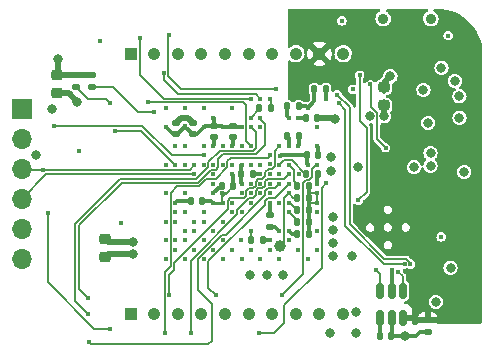
<source format=gbl>
%TF.GenerationSoftware,KiCad,Pcbnew,6.0.11+dfsg-1*%
%TF.CreationDate,2026-01-13T21:19:23-05:00*%
%TF.ProjectId,Deck_FPGA,4465636b-5f46-4504-9741-2e6b69636164,rev?*%
%TF.SameCoordinates,Original*%
%TF.FileFunction,Copper,L4,Bot*%
%TF.FilePolarity,Positive*%
%FSLAX46Y46*%
G04 Gerber Fmt 4.6, Leading zero omitted, Abs format (unit mm)*
G04 Created by KiCad (PCBNEW 6.0.11+dfsg-1) date 2026-01-13 21:19:23*
%MOMM*%
%LPD*%
G01*
G04 APERTURE LIST*
G04 Aperture macros list*
%AMRoundRect*
0 Rectangle with rounded corners*
0 $1 Rounding radius*
0 $2 $3 $4 $5 $6 $7 $8 $9 X,Y pos of 4 corners*
0 Add a 4 corners polygon primitive as box body*
4,1,4,$2,$3,$4,$5,$6,$7,$8,$9,$2,$3,0*
0 Add four circle primitives for the rounded corners*
1,1,$1+$1,$2,$3*
1,1,$1+$1,$4,$5*
1,1,$1+$1,$6,$7*
1,1,$1+$1,$8,$9*
0 Add four rect primitives between the rounded corners*
20,1,$1+$1,$2,$3,$4,$5,0*
20,1,$1+$1,$4,$5,$6,$7,0*
20,1,$1+$1,$6,$7,$8,$9,0*
20,1,$1+$1,$8,$9,$2,$3,0*%
G04 Aperture macros list end*
%TA.AperFunction,ComponentPad*%
%ADD10R,1.700000X1.700000*%
%TD*%
%TA.AperFunction,ComponentPad*%
%ADD11O,1.700000X1.700000*%
%TD*%
%TA.AperFunction,ComponentPad*%
%ADD12R,1.050000X1.050000*%
%TD*%
%TA.AperFunction,ComponentPad*%
%ADD13C,1.050000*%
%TD*%
%TA.AperFunction,SMDPad,CuDef*%
%ADD14RoundRect,0.140000X-0.140000X-0.170000X0.140000X-0.170000X0.140000X0.170000X-0.140000X0.170000X0*%
%TD*%
%TA.AperFunction,SMDPad,CuDef*%
%ADD15RoundRect,0.140000X0.140000X0.170000X-0.140000X0.170000X-0.140000X-0.170000X0.140000X-0.170000X0*%
%TD*%
%TA.AperFunction,SMDPad,CuDef*%
%ADD16RoundRect,0.140000X0.170000X-0.140000X0.170000X0.140000X-0.170000X0.140000X-0.170000X-0.140000X0*%
%TD*%
%TA.AperFunction,SMDPad,CuDef*%
%ADD17RoundRect,0.135000X-0.135000X-0.185000X0.135000X-0.185000X0.135000X0.185000X-0.135000X0.185000X0*%
%TD*%
%TA.AperFunction,SMDPad,CuDef*%
%ADD18RoundRect,0.225000X-0.250000X0.225000X-0.250000X-0.225000X0.250000X-0.225000X0.250000X0.225000X0*%
%TD*%
%TA.AperFunction,SMDPad,CuDef*%
%ADD19RoundRect,0.135000X-0.185000X0.135000X-0.185000X-0.135000X0.185000X-0.135000X0.185000X0.135000X0*%
%TD*%
%TA.AperFunction,SMDPad,CuDef*%
%ADD20RoundRect,0.140000X-0.170000X0.140000X-0.170000X-0.140000X0.170000X-0.140000X0.170000X0.140000X0*%
%TD*%
%TA.AperFunction,SMDPad,CuDef*%
%ADD21RoundRect,0.225000X0.250000X-0.225000X0.250000X0.225000X-0.250000X0.225000X-0.250000X-0.225000X0*%
%TD*%
%TA.AperFunction,SMDPad,CuDef*%
%ADD22C,1.000000*%
%TD*%
%TA.AperFunction,ComponentPad*%
%ADD23C,0.900000*%
%TD*%
%TA.AperFunction,SMDPad,CuDef*%
%ADD24RoundRect,0.135000X0.185000X-0.135000X0.185000X0.135000X-0.185000X0.135000X-0.185000X-0.135000X0*%
%TD*%
%TA.AperFunction,SMDPad,CuDef*%
%ADD25RoundRect,0.150000X0.150000X-0.512500X0.150000X0.512500X-0.150000X0.512500X-0.150000X-0.512500X0*%
%TD*%
%TA.AperFunction,ViaPad*%
%ADD26C,0.800000*%
%TD*%
%TA.AperFunction,ViaPad*%
%ADD27C,0.400000*%
%TD*%
%TA.AperFunction,Conductor*%
%ADD28C,0.200000*%
%TD*%
%TA.AperFunction,Conductor*%
%ADD29C,0.500000*%
%TD*%
%TA.AperFunction,Conductor*%
%ADD30C,0.300000*%
%TD*%
%TA.AperFunction,Conductor*%
%ADD31C,0.250000*%
%TD*%
G04 APERTURE END LIST*
D10*
%TO.P,J3,1,Pin_1*%
%TO.N,+3V3*%
X81800000Y-104650000D03*
D11*
%TO.P,J3,2,Pin_2*%
%TO.N,/TMS*%
X81800000Y-107190000D03*
%TO.P,J3,3,Pin_3*%
%TO.N,/TDI*%
X81800000Y-109730000D03*
%TO.P,J3,4,Pin_4*%
%TO.N,/TCK*%
X81800000Y-112270000D03*
%TO.P,J3,5,Pin_5*%
%TO.N,/TDO*%
X81800000Y-114810000D03*
%TO.P,J3,6,Pin_6*%
%TO.N,GND*%
X81800000Y-117350000D03*
%TD*%
D12*
%TO.P,J1,1,Pin_1*%
%TO.N,unconnected-(J1-Pad1)*%
X91000000Y-122000000D03*
D13*
%TO.P,J1,2,Pin_2*%
%TO.N,/RX1*%
X93000000Y-122000000D03*
%TO.P,J1,3,Pin_3*%
%TO.N,/TX1*%
X95000000Y-122000000D03*
%TO.P,J1,4,Pin_4*%
%TO.N,/SDA*%
X97000000Y-122000000D03*
%TO.P,J1,5,Pin_5*%
%TO.N,/SCL*%
X99000000Y-122000000D03*
%TO.P,J1,6,Pin_6*%
%TO.N,/IO1*%
X101000000Y-122000000D03*
%TO.P,J1,7,Pin_7*%
%TO.N,/IO2*%
X103000000Y-122000000D03*
%TO.P,J1,8,Pin_8*%
%TO.N,unconnected-(J1-Pad8)*%
X105000000Y-122000000D03*
%TO.P,J1,9,Pin_9*%
%TO.N,unconnected-(J1-Pad9)*%
X107000000Y-122000000D03*
%TO.P,J1,10,Pin_10*%
%TO.N,GND*%
X109000000Y-122000000D03*
%TD*%
D12*
%TO.P,J2,1,Pin_1*%
%TO.N,/TX2*%
X91000000Y-100000000D03*
D13*
%TO.P,J2,2,Pin_2*%
%TO.N,/RX2*%
X93000000Y-100000000D03*
%TO.P,J2,3,Pin_3*%
%TO.N,/SCK*%
X95000000Y-100000000D03*
%TO.P,J2,4,Pin_4*%
%TO.N,/MISO*%
X97000000Y-100000000D03*
%TO.P,J2,5,Pin_5*%
%TO.N,/MOSI*%
X99000000Y-100000000D03*
%TO.P,J2,6,Pin_6*%
%TO.N,unconnected-(J2-Pad6)*%
X101000000Y-100000000D03*
%TO.P,J2,7,Pin_7*%
%TO.N,unconnected-(J2-Pad7)*%
X103000000Y-100000000D03*
%TO.P,J2,8,Pin_8*%
%TO.N,unconnected-(J2-Pad8)*%
X105000000Y-100000000D03*
%TO.P,J2,9,Pin_9*%
%TO.N,VBUS*%
X107000000Y-100000000D03*
%TO.P,J2,10,Pin_10*%
%TO.N,unconnected-(J2-Pad10)*%
X109000000Y-100000000D03*
%TD*%
D14*
%TO.P,C14,1*%
%TO.N,+3V3*%
X104270000Y-104450000D03*
%TO.P,C14,2*%
%TO.N,GND*%
X105230000Y-104450000D03*
%TD*%
D15*
%TO.P,C17,1*%
%TO.N,+1V0*%
X97080000Y-112450000D03*
%TO.P,C17,2*%
%TO.N,GND*%
X96120000Y-112450000D03*
%TD*%
D16*
%TO.P,C6,1*%
%TO.N,+1V8*%
X99650000Y-107080000D03*
%TO.P,C6,2*%
%TO.N,GND*%
X99650000Y-106120000D03*
%TD*%
D17*
%TO.P,R2,1*%
%TO.N,/M1*%
X104240000Y-106950000D03*
%TO.P,R2,2*%
%TO.N,GND*%
X105260000Y-106950000D03*
%TD*%
%TO.P,R6,1*%
%TO.N,/CFGBVS*%
X105090000Y-113200000D03*
%TO.P,R6,2*%
%TO.N,+3V3*%
X106110000Y-113200000D03*
%TD*%
D18*
%TO.P,C15,1*%
%TO.N,+1V0*%
X88800000Y-115675000D03*
%TO.P,C15,2*%
%TO.N,GND*%
X88800000Y-117225000D03*
%TD*%
D15*
%TO.P,C18,1*%
%TO.N,+1V0*%
X101330000Y-110200000D03*
%TO.P,C18,2*%
%TO.N,GND*%
X100370000Y-110200000D03*
%TD*%
%TO.P,C8,1*%
%TO.N,+3V3*%
X106830000Y-105450000D03*
%TO.P,C8,2*%
%TO.N,GND*%
X105870000Y-105450000D03*
%TD*%
D16*
%TO.P,C5,1*%
%TO.N,+1V8*%
X98050000Y-107080000D03*
%TO.P,C5,2*%
%TO.N,GND*%
X98050000Y-106120000D03*
%TD*%
D19*
%TO.P,R25,1*%
%TO.N,+3V3*%
X86350000Y-101790000D03*
%TO.P,R25,2*%
%TO.N,/SIO3*%
X86350000Y-102810000D03*
%TD*%
D20*
%TO.P,C30,1*%
%TO.N,VBUS*%
X116150000Y-122570000D03*
%TO.P,C30,2*%
%TO.N,GND*%
X116150000Y-123530000D03*
%TD*%
D18*
%TO.P,C19,1*%
%TO.N,+3V3*%
X84750000Y-101775000D03*
%TO.P,C19,2*%
%TO.N,GND*%
X84750000Y-103325000D03*
%TD*%
D15*
%TO.P,C4,1*%
%TO.N,+1V0*%
X99680000Y-111150000D03*
%TO.P,C4,2*%
%TO.N,GND*%
X98720000Y-111150000D03*
%TD*%
D14*
%TO.P,C11,1*%
%TO.N,+3V3*%
X105920000Y-108600000D03*
%TO.P,C11,2*%
%TO.N,GND*%
X106880000Y-108600000D03*
%TD*%
D15*
%TO.P,C10,1*%
%TO.N,+3V3*%
X106080000Y-115250000D03*
%TO.P,C10,2*%
%TO.N,GND*%
X105120000Y-115250000D03*
%TD*%
D20*
%TO.P,C21,1*%
%TO.N,+3V3*%
X96250000Y-105820000D03*
%TO.P,C21,2*%
%TO.N,GND*%
X96250000Y-106780000D03*
%TD*%
D21*
%TO.P,C7,1*%
%TO.N,+3V3*%
X112450000Y-104375000D03*
%TO.P,C7,2*%
%TO.N,GND*%
X112450000Y-102825000D03*
%TD*%
D15*
%TO.P,C12,1*%
%TO.N,+3V3*%
X107530000Y-103000000D03*
%TO.P,C12,2*%
%TO.N,GND*%
X106570000Y-103000000D03*
%TD*%
D17*
%TO.P,R3,1*%
%TO.N,/M2*%
X105890000Y-110150000D03*
%TO.P,R3,2*%
%TO.N,GND*%
X106910000Y-110150000D03*
%TD*%
D22*
%TO.P,TP1,1,1*%
%TO.N,/PROGRAM_B*%
X103650000Y-116250000D03*
%TD*%
D20*
%TO.P,C20,1*%
%TO.N,+3V3*%
X94850000Y-105820000D03*
%TO.P,C20,2*%
%TO.N,GND*%
X94850000Y-106780000D03*
%TD*%
D23*
%TO.P,SW1,2,2*%
%TO.N,/PUSH_BUTTON*%
X116437500Y-97025000D03*
X112387500Y-97025000D03*
%TD*%
D17*
%TO.P,R1,1*%
%TO.N,/M0*%
X105090000Y-111200000D03*
%TO.P,R1,2*%
%TO.N,+3V3*%
X106110000Y-111200000D03*
%TD*%
D14*
%TO.P,C31,1*%
%TO.N,/En_seq*%
X112120000Y-123900000D03*
%TO.P,C31,2*%
%TO.N,GND*%
X113080000Y-123900000D03*
%TD*%
%TO.P,C34,1*%
%TO.N,+1V0*%
X101220000Y-115800000D03*
%TO.P,C34,2*%
%TO.N,GND*%
X102180000Y-115800000D03*
%TD*%
D20*
%TO.P,C33,1*%
%TO.N,+1V0*%
X102850000Y-113670000D03*
%TO.P,C33,2*%
%TO.N,GND*%
X102850000Y-114630000D03*
%TD*%
D17*
%TO.P,R4,1*%
%TO.N,/INIT_B*%
X105090000Y-114200000D03*
%TO.P,R4,2*%
%TO.N,+3V3*%
X106110000Y-114200000D03*
%TD*%
D14*
%TO.P,C13,1*%
%TO.N,+3V3*%
X101920000Y-104550000D03*
%TO.P,C13,2*%
%TO.N,GND*%
X102880000Y-104550000D03*
%TD*%
D24*
%TO.P,R24,1*%
%TO.N,/SIO2*%
X87700000Y-102810000D03*
%TO.P,R24,2*%
%TO.N,+3V3*%
X87700000Y-101790000D03*
%TD*%
D25*
%TO.P,U4,1,VCC*%
%TO.N,VBUS*%
X114050000Y-122337500D03*
%TO.P,U4,2,GND*%
%TO.N,GND*%
X113100000Y-122337500D03*
%TO.P,U4,3,EN*%
%TO.N,/En_seq*%
X112150000Y-122337500D03*
%TO.P,U4,4,FLAG3*%
%TO.N,/En_3V3*%
X112150000Y-120062500D03*
%TO.P,U4,5,FLAG2*%
%TO.N,/En_1V8*%
X113100000Y-120062500D03*
%TO.P,U4,6,FLAG1*%
%TO.N,/En_1V*%
X114050000Y-120062500D03*
%TD*%
D20*
%TO.P,C16,1*%
%TO.N,+1V0*%
X90300000Y-115970000D03*
%TO.P,C16,2*%
%TO.N,GND*%
X90300000Y-116930000D03*
%TD*%
D17*
%TO.P,R5,1*%
%TO.N,/PROGRAM_B*%
X105090000Y-112200000D03*
%TO.P,R5,2*%
%TO.N,+3V3*%
X106110000Y-112200000D03*
%TD*%
D26*
%TO.N,GND*%
X110300000Y-109600000D03*
D27*
X117900000Y-98450000D03*
%TO.N,+3V3*%
X108900000Y-97200000D03*
D26*
%TO.N,+1V8*%
X118100000Y-118100000D03*
D27*
X102000000Y-109400000D03*
X98000000Y-107800000D03*
D26*
X116200000Y-105850000D03*
D27*
X97200000Y-109400000D03*
X99600000Y-107800000D03*
X99600000Y-109400000D03*
%TO.N,GND*%
X106800000Y-116600000D03*
X98800000Y-114200000D03*
X106800000Y-107800000D03*
D26*
X110100000Y-123600000D03*
D27*
X102000000Y-117400000D03*
X97200000Y-107800000D03*
X103600000Y-112600000D03*
X103600000Y-115000000D03*
X94800000Y-115800000D03*
X100400000Y-111800000D03*
X94000000Y-115800000D03*
X105200000Y-116600000D03*
X95600000Y-107800000D03*
X94000000Y-111800000D03*
D26*
X119250000Y-110000000D03*
D27*
X100400000Y-111000000D03*
X88400000Y-98900000D03*
D26*
X109749999Y-117100000D03*
D27*
X98800000Y-107800000D03*
X106000000Y-117400000D03*
X96400000Y-116600000D03*
X94000000Y-117400000D03*
X94000000Y-114200000D03*
X100400000Y-109400000D03*
X94000000Y-109400000D03*
X100400000Y-107800000D03*
D26*
X107900000Y-123600000D03*
D27*
X94000000Y-106200000D03*
X99600000Y-113400000D03*
X94800000Y-112600000D03*
X103600000Y-117400000D03*
X97200000Y-115800000D03*
X100375000Y-115775000D03*
X102000000Y-111800000D03*
X97200000Y-117400000D03*
X100400000Y-106200000D03*
X95600000Y-117400000D03*
X106800000Y-113400000D03*
X97200000Y-114200000D03*
X95650000Y-106150000D03*
D26*
X116850000Y-121000000D03*
D27*
X103600000Y-110200000D03*
X94000000Y-104600000D03*
X98000000Y-116600000D03*
D26*
X114250000Y-123900000D03*
D27*
X98800000Y-117400000D03*
X102799500Y-109350500D03*
X98000000Y-105400000D03*
X98800000Y-109400000D03*
X101200000Y-116600000D03*
X95600000Y-115000000D03*
X102800000Y-103800000D03*
X98000000Y-109400000D03*
X95600000Y-115800000D03*
X105200000Y-105400000D03*
X94800000Y-114200000D03*
X99600000Y-104600000D03*
X101200000Y-111800000D03*
X95600000Y-109400000D03*
X105200003Y-107799500D03*
X106800000Y-115000000D03*
X98000000Y-115000000D03*
D26*
X110100000Y-121850000D03*
X115000000Y-109600000D03*
X86500000Y-104050000D03*
D27*
X101200000Y-109400000D03*
X102000000Y-106200000D03*
X97200000Y-104600000D03*
X104400000Y-115800000D03*
X98000000Y-111800000D03*
X86600000Y-108200000D03*
X102800000Y-115800000D03*
X95600000Y-111800000D03*
X94800000Y-107800000D03*
X102000000Y-111000000D03*
X95600000Y-104600000D03*
X97200000Y-106200000D03*
D26*
X91250000Y-116950000D03*
D27*
X104400000Y-115000000D03*
X98800000Y-106200000D03*
X97200000Y-113400000D03*
X98800000Y-115800000D03*
X117300000Y-115500000D03*
X102775000Y-116625000D03*
X94800000Y-113400000D03*
D26*
X115800000Y-103050000D03*
D27*
X95600000Y-113400000D03*
X101200000Y-111000000D03*
X100400000Y-113400000D03*
X106800000Y-111000000D03*
D26*
X113000000Y-101900000D03*
D27*
X90200000Y-114300000D03*
X96400000Y-115000000D03*
X100400000Y-117400000D03*
X94800000Y-116600000D03*
X96400000Y-114200000D03*
X99600000Y-116600000D03*
X106000000Y-104600000D03*
%TO.N,+1V0*%
X98800000Y-112600000D03*
X99625000Y-112625000D03*
D26*
X103900000Y-118700000D03*
D27*
X111311053Y-102590500D03*
X112600000Y-107950000D03*
X102800000Y-112600000D03*
X102800000Y-111000000D03*
X98000000Y-110200000D03*
X101200000Y-112600000D03*
D26*
X108150000Y-113850000D03*
X101150000Y-118700000D03*
D27*
X98000000Y-112600000D03*
X101200000Y-115000000D03*
D26*
X108150000Y-117100000D03*
X91250000Y-115950000D03*
D27*
X98000000Y-111000000D03*
X102800000Y-111800000D03*
D26*
X102550000Y-118700000D03*
X108150000Y-114950000D03*
D27*
X102000000Y-110200000D03*
D26*
X108150000Y-116000000D03*
D27*
X98775000Y-111775000D03*
X102800000Y-110200000D03*
X99600000Y-110200000D03*
%TO.N,+3V3*%
X105262510Y-110187490D03*
D26*
X116400000Y-108400000D03*
X111260500Y-105289500D03*
D27*
X109810000Y-102990000D03*
X84000000Y-113500000D03*
X101200000Y-105400000D03*
D26*
X108300000Y-105550000D03*
D27*
X107550000Y-103850000D03*
D26*
X116400000Y-109500000D03*
D27*
X106800000Y-112600000D03*
X103650000Y-108650000D03*
D26*
X118850000Y-103600000D03*
X84850000Y-100450000D03*
D27*
X106000000Y-109400000D03*
X106800000Y-111800000D03*
D26*
X112460500Y-105289500D03*
X117325000Y-101175000D03*
X107950000Y-109900000D03*
X118850000Y-105400000D03*
X83000000Y-108550000D03*
X107950000Y-108700000D03*
D27*
X89300000Y-123300000D03*
X95600000Y-105400000D03*
D26*
X84350000Y-104650000D03*
D27*
X106800000Y-106200000D03*
X104400000Y-105400000D03*
D26*
X118450000Y-102300000D03*
%TO.N,VBUS*%
X111850000Y-109600000D03*
X107000000Y-97000000D03*
X115550000Y-112250000D03*
X108050000Y-98400000D03*
X113400000Y-109650000D03*
D27*
X115500000Y-120300000D03*
D26*
X105900000Y-98400000D03*
X119099500Y-113472659D03*
D27*
%TO.N,/RX1*%
X102800000Y-108600000D03*
X93900000Y-123600000D03*
%TO.N,/TX1*%
X103600000Y-107800000D03*
X94300000Y-120400000D03*
%TO.N,/SDA*%
X104400000Y-110200000D03*
X96100000Y-123600000D03*
%TO.N,/SCL*%
X104400000Y-111000000D03*
X98200000Y-120400000D03*
%TO.N,/IO1*%
X107575000Y-110975000D03*
X101900000Y-123600000D03*
%TO.N,/IO2*%
X106775000Y-109425000D03*
X103800000Y-120450000D03*
%TO.N,/TX2*%
X91825000Y-98625000D03*
X101200000Y-103800000D03*
%TO.N,/RX2*%
X93800000Y-101600000D03*
X102000000Y-103800000D03*
%TO.N,/SCK*%
X94300000Y-98400000D03*
X103300000Y-103000000D03*
%TO.N,/TMS*%
X97200000Y-108600000D03*
X84500000Y-106100000D03*
%TO.N,/TDI*%
X96400000Y-109400000D03*
X83550000Y-109800000D03*
%TO.N,/TCK*%
X96400000Y-110200000D03*
%TO.N,/NCS*%
X92500000Y-104050000D03*
X101200000Y-107800000D03*
%TO.N,/SCLK_PWR*%
X108507490Y-103457490D03*
X114700000Y-117800000D03*
%TO.N,/SDAT_PWR*%
X108617510Y-104132490D03*
X114199498Y-117792510D03*
%TO.N,/M0*%
X104400000Y-109400000D03*
%TO.N,/M1*%
X104400000Y-107800000D03*
%TO.N,/M2*%
X103599500Y-109371947D03*
%TO.N,/En_1V*%
X113660813Y-118450813D03*
%TO.N,/En_1V8*%
X113100000Y-118300000D03*
%TO.N,/En_3V3*%
X111800000Y-118300000D03*
%TO.N,/CCLK*%
X89700000Y-106500000D03*
X94800000Y-109400000D03*
%TO.N,/SIO2*%
X92950000Y-104950000D03*
%TO.N,/SIO3*%
X89250000Y-104200000D03*
%TO.N,/INIT_B*%
X104400000Y-113400000D03*
%TO.N,/PROGRAM_B*%
X104400000Y-111800000D03*
%TO.N,/CFGBVS*%
X104400000Y-112600000D03*
%TO.N,/DEFDCDC1*%
X110400000Y-101800000D03*
X110300000Y-112400000D03*
%TO.N,/DONE*%
X103600000Y-111000000D03*
X87490000Y-124410000D03*
%TO.N,/LED_1*%
X101200000Y-106200000D03*
X87400000Y-122000000D03*
%TO.N,/LED_2*%
X87400000Y-120700000D03*
X102000000Y-105450000D03*
%TD*%
D28*
%TO.N,+1V0*%
X111311053Y-102590500D02*
X111350000Y-102629447D01*
X111350000Y-102629447D02*
X111350000Y-104530471D01*
X111350000Y-104530471D02*
X111860500Y-105040971D01*
X111860500Y-105040971D02*
X111860500Y-107210500D01*
X111860500Y-107210500D02*
X112600000Y-107950000D01*
D29*
%TO.N,GND*%
X112450000Y-102450000D02*
X112450000Y-103120000D01*
X113000000Y-101900000D02*
X112450000Y-102450000D01*
D30*
%TO.N,+1V8*%
X99650000Y-107750000D02*
X99600000Y-107800000D01*
X98050000Y-107080000D02*
X98050000Y-107750000D01*
X99650000Y-107180000D02*
X99650000Y-107750000D01*
X98050000Y-107750000D02*
X98000000Y-107800000D01*
D28*
%TO.N,GND*%
X113100000Y-123880000D02*
X113080000Y-123900000D01*
D30*
X105120000Y-115250000D02*
X104650000Y-115250000D01*
X115520000Y-123530000D02*
X116150000Y-123530000D01*
D29*
X85775000Y-103325000D02*
X86500000Y-104050000D01*
D30*
X102180000Y-115800000D02*
X102800000Y-115800000D01*
D29*
X89095000Y-116930000D02*
X88800000Y-117225000D01*
D30*
X100370000Y-110200000D02*
X100370000Y-110970000D01*
X115150000Y-123900000D02*
X115520000Y-123530000D01*
X106880000Y-108600000D02*
X106880000Y-107880000D01*
X106880000Y-107880000D02*
X106800000Y-107800000D01*
X106570000Y-104030000D02*
X106000000Y-104600000D01*
D28*
X95650000Y-106150000D02*
X95650000Y-106180000D01*
D30*
X96120000Y-112450000D02*
X94950000Y-112450000D01*
X104650000Y-115250000D02*
X104400000Y-115000000D01*
X97280000Y-106120000D02*
X97200000Y-106200000D01*
X100370000Y-109430000D02*
X100400000Y-109400000D01*
X105260000Y-106950000D02*
X105260000Y-107739503D01*
X105250000Y-105450000D02*
X105200000Y-105400000D01*
X102850000Y-114630000D02*
X103230000Y-114630000D01*
X95020000Y-106780000D02*
X95650000Y-106150000D01*
X106810000Y-110990000D02*
X106800000Y-111000000D01*
X114250000Y-123900000D02*
X115150000Y-123900000D01*
X105230000Y-104450000D02*
X105850000Y-104450000D01*
D29*
X90300000Y-116930000D02*
X89095000Y-116930000D01*
X84750000Y-103325000D02*
X85775000Y-103325000D01*
D28*
X102880000Y-104550000D02*
X102880000Y-103880000D01*
D30*
X106810000Y-110000000D02*
X106810000Y-110990000D01*
D28*
X102880000Y-103880000D02*
X102800000Y-103800000D01*
D30*
X98050000Y-105450000D02*
X98000000Y-105400000D01*
X94000000Y-106200000D02*
X94580000Y-106780000D01*
X96250000Y-106780000D02*
X96620000Y-106780000D01*
X100370000Y-110200000D02*
X100370000Y-109430000D01*
X98720000Y-111150000D02*
X98650000Y-111150000D01*
X105850000Y-104450000D02*
X106000000Y-104600000D01*
X105870000Y-105450000D02*
X105250000Y-105450000D01*
X96620000Y-106780000D02*
X97200000Y-106200000D01*
X98650000Y-111150000D02*
X98000000Y-111800000D01*
X94850000Y-106780000D02*
X95020000Y-106780000D01*
X94950000Y-112450000D02*
X94800000Y-112600000D01*
X95650000Y-106180000D02*
X96250000Y-106780000D01*
X98720000Y-106120000D02*
X98800000Y-106200000D01*
X105260000Y-107739503D02*
X105200003Y-107799500D01*
X113080000Y-123900000D02*
X114250000Y-123900000D01*
X103230000Y-114630000D02*
X103600000Y-115000000D01*
D29*
X90300000Y-116930000D02*
X91230000Y-116930000D01*
D30*
X98050000Y-106120000D02*
X97280000Y-106120000D01*
X113100000Y-122337500D02*
X113100000Y-123880000D01*
X98050000Y-106120000D02*
X98720000Y-106120000D01*
X100370000Y-110970000D02*
X100400000Y-111000000D01*
X98800000Y-106200000D02*
X100400000Y-106200000D01*
X94580000Y-106780000D02*
X94850000Y-106780000D01*
X98050000Y-106120000D02*
X98050000Y-105450000D01*
D29*
X91230000Y-116930000D02*
X91250000Y-116950000D01*
D30*
X106570000Y-103000000D02*
X106570000Y-104030000D01*
D28*
%TO.N,+1V0*%
X98800000Y-111750000D02*
X99150000Y-111750000D01*
D30*
X97080000Y-112450000D02*
X97850000Y-112450000D01*
D28*
X98775000Y-111775000D02*
X98775000Y-112225000D01*
X99150000Y-111750000D02*
X99680000Y-111220000D01*
D30*
X99680000Y-111150000D02*
X99680000Y-110280000D01*
D29*
X90300000Y-115970000D02*
X91230000Y-115970000D01*
D30*
X102850000Y-112650000D02*
X102800000Y-112600000D01*
D29*
X91230000Y-115970000D02*
X91250000Y-115950000D01*
D30*
X99680000Y-110280000D02*
X99600000Y-110200000D01*
D29*
X90300000Y-115970000D02*
X89095000Y-115970000D01*
D31*
X98000000Y-112600000D02*
X98800000Y-112600000D01*
D28*
X98775000Y-112575000D02*
X98800000Y-112600000D01*
X98775000Y-111775000D02*
X98800000Y-111750000D01*
X98775000Y-112125000D02*
X98775000Y-112225000D01*
D30*
X97850000Y-112450000D02*
X98000000Y-112600000D01*
D28*
X99150000Y-111750000D02*
X98775000Y-112125000D01*
D29*
X89095000Y-115970000D02*
X88800000Y-115675000D01*
D28*
X101200000Y-115000000D02*
X101200000Y-115780000D01*
X98775000Y-112225000D02*
X98775000Y-112575000D01*
D30*
X101330000Y-110200000D02*
X102000000Y-110200000D01*
D28*
X101200000Y-115780000D02*
X101220000Y-115800000D01*
X99680000Y-111220000D02*
X99680000Y-111150000D01*
D30*
X102850000Y-113670000D02*
X102850000Y-112650000D01*
D28*
%TO.N,+3V3*%
X106800000Y-111800000D02*
X106800000Y-112600000D01*
D29*
X112450000Y-104080000D02*
X112450000Y-105279000D01*
X95270000Y-105400000D02*
X95830000Y-105400000D01*
X84850000Y-101675000D02*
X84750000Y-101775000D01*
D28*
X106800000Y-112600000D02*
X106250000Y-112600000D01*
D29*
X112450000Y-105279000D02*
X112460500Y-105289500D01*
D30*
X106110000Y-111840000D02*
X106110000Y-112740000D01*
D29*
X94850000Y-105820000D02*
X95270000Y-105400000D01*
D30*
X105920000Y-109320000D02*
X106000000Y-109400000D01*
D29*
X106830000Y-105450000D02*
X108200000Y-105450000D01*
D28*
X84000000Y-119350000D02*
X87950000Y-123300000D01*
D30*
X107530000Y-103000000D02*
X107530000Y-103830000D01*
X106110000Y-115220000D02*
X106080000Y-115250000D01*
D29*
X84850000Y-100450000D02*
X84850000Y-101675000D01*
D28*
X106250000Y-112600000D02*
X106110000Y-112740000D01*
X101200000Y-105400000D02*
X101920000Y-104680000D01*
D29*
X108200000Y-105450000D02*
X108300000Y-105550000D01*
D30*
X105920000Y-108600000D02*
X103700000Y-108600000D01*
X106110000Y-111200000D02*
X106110000Y-111840000D01*
D28*
X87950000Y-123300000D02*
X89300000Y-123300000D01*
D30*
X106110000Y-112740000D02*
X106110000Y-115220000D01*
X105920000Y-108600000D02*
X105920000Y-109320000D01*
D29*
X84765000Y-101790000D02*
X84750000Y-101775000D01*
D28*
X106800000Y-111800000D02*
X106150000Y-111800000D01*
X84000000Y-113500000D02*
X84000000Y-119350000D01*
X106150000Y-111800000D02*
X106110000Y-111840000D01*
D29*
X95830000Y-105400000D02*
X96250000Y-105820000D01*
D30*
X107530000Y-103830000D02*
X107550000Y-103850000D01*
X104270000Y-105270000D02*
X104400000Y-105400000D01*
D29*
X87700000Y-101790000D02*
X84765000Y-101790000D01*
D30*
X103700000Y-108600000D02*
X103650000Y-108650000D01*
X104270000Y-104450000D02*
X104270000Y-105270000D01*
D28*
X101920000Y-104680000D02*
X101920000Y-104550000D01*
%TO.N,VBUS*%
X115550000Y-112250000D02*
X115500000Y-112300000D01*
%TO.N,/RX1*%
X97414214Y-110600000D02*
X96814214Y-111200000D01*
X102800000Y-108600000D02*
X102600000Y-108800000D01*
X94400000Y-111750000D02*
X94400000Y-115350000D01*
X98200000Y-110600000D02*
X97414214Y-110600000D01*
X94400000Y-118000000D02*
X94400000Y-115350000D01*
X99200000Y-109100000D02*
X99200000Y-109600000D01*
X93900000Y-118500000D02*
X94400000Y-118000000D01*
X99200000Y-109600000D02*
X98200000Y-110600000D01*
X102600000Y-108800000D02*
X99500000Y-108800000D01*
X94950000Y-111200000D02*
X94400000Y-111750000D01*
X93900000Y-123600000D02*
X93900000Y-118500000D01*
X99500000Y-108800000D02*
X99200000Y-109100000D01*
X96814214Y-111200000D02*
X94950000Y-111200000D01*
%TO.N,/TX1*%
X94300000Y-118700000D02*
X94700000Y-118300000D01*
X102683814Y-109750500D02*
X102965186Y-109750500D01*
X102165686Y-110600000D02*
X102400000Y-110365686D01*
X101034314Y-111400000D02*
X101400000Y-111400000D01*
X101400000Y-111400000D02*
X101600000Y-111200000D01*
X99459314Y-112225000D02*
X100575000Y-112225000D01*
X101600000Y-110834314D02*
X101834314Y-110600000D01*
X94300000Y-120400000D02*
X94300000Y-118700000D01*
X101834314Y-110600000D02*
X102165686Y-110600000D01*
X101600000Y-111200000D02*
X101600000Y-110834314D01*
X100575000Y-112225000D02*
X100800000Y-112000000D01*
X100800000Y-112000000D02*
X100800000Y-111634314D01*
X102965186Y-109750500D02*
X103200000Y-109515686D01*
X99225000Y-112459314D02*
X99459314Y-112225000D01*
X99225000Y-113175000D02*
X99225000Y-112459314D01*
X94700000Y-117700000D02*
X99225000Y-113175000D01*
X103200000Y-108200000D02*
X103600000Y-107800000D01*
X102400000Y-110034314D02*
X102683814Y-109750500D01*
X103200000Y-109515686D02*
X103200000Y-108200000D01*
X100800000Y-111634314D02*
X101034314Y-111400000D01*
X102400000Y-110365686D02*
X102400000Y-110034314D01*
X94700000Y-118300000D02*
X94700000Y-117700000D01*
%TO.N,/SDA*%
X101365686Y-112200000D02*
X101034314Y-112200000D01*
X96100000Y-117500000D02*
X96100000Y-123600000D01*
X102600000Y-110600000D02*
X102400000Y-110800000D01*
X102400000Y-110800000D02*
X102400000Y-111165686D01*
X101034314Y-112200000D02*
X100000000Y-113234314D01*
X101600000Y-111634314D02*
X101600000Y-111965686D01*
X100000000Y-113234314D02*
X100000000Y-113600000D01*
X104400000Y-110200000D02*
X104000000Y-110600000D01*
X102165686Y-111400000D02*
X101834314Y-111400000D01*
X102400000Y-111165686D02*
X102165686Y-111400000D01*
X104000000Y-110600000D02*
X102600000Y-110600000D01*
X101834314Y-111400000D02*
X101600000Y-111634314D01*
X100000000Y-113600000D02*
X96100000Y-117500000D01*
X101600000Y-111965686D02*
X101365686Y-112200000D01*
%TO.N,/SCL*%
X103200000Y-112200000D02*
X102634314Y-112200000D01*
X102400000Y-112765686D02*
X97600000Y-117565686D01*
X102634314Y-112200000D02*
X102400000Y-112434314D01*
X97600000Y-119800000D02*
X98200000Y-120400000D01*
X104400000Y-111000000D02*
X103200000Y-112200000D01*
X102400000Y-112434314D02*
X102400000Y-112765686D01*
X97600000Y-117565686D02*
X97600000Y-119800000D01*
%TO.N,/IO1*%
X104000000Y-122750000D02*
X103150000Y-123600000D01*
X104000000Y-121300000D02*
X104000000Y-122750000D01*
X107575000Y-110975000D02*
X107200000Y-111350000D01*
X107200000Y-111350000D02*
X107200000Y-118100000D01*
X107200000Y-118100000D02*
X104000000Y-121300000D01*
X103150000Y-123600000D02*
X101900000Y-123600000D01*
%TO.N,/IO2*%
X106153762Y-110680000D02*
X105836238Y-110680000D01*
X106400000Y-109766238D02*
X106400000Y-110433762D01*
X105836238Y-110680000D02*
X105600000Y-110916238D01*
X106775000Y-109425000D02*
X106741238Y-109425000D01*
X106400000Y-110433762D02*
X106153762Y-110680000D01*
X105600000Y-118650000D02*
X103800000Y-120450000D01*
X106741238Y-109425000D02*
X106400000Y-109766238D01*
X105600000Y-110916238D02*
X105600000Y-118650000D01*
%TO.N,/TX2*%
X101200000Y-103800000D02*
X93800000Y-103800000D01*
X91825000Y-98625000D02*
X91825000Y-101825000D01*
X93800000Y-103800000D02*
X91825000Y-101825000D01*
%TO.N,/RX2*%
X93800000Y-102200000D02*
X95000000Y-103400000D01*
X95000000Y-103400000D02*
X101600000Y-103400000D01*
X101600000Y-103400000D02*
X102000000Y-103800000D01*
X93800000Y-101600000D02*
X93800000Y-102200000D01*
%TO.N,/SCK*%
X94200000Y-101900000D02*
X95300000Y-103000000D01*
X94300000Y-98400000D02*
X94200000Y-98500000D01*
X95300000Y-103000000D02*
X103300000Y-103000000D01*
X94200000Y-98500000D02*
X94200000Y-101900000D01*
%TO.N,/TMS*%
X94500000Y-108600000D02*
X92000000Y-106100000D01*
X97200000Y-108600000D02*
X94500000Y-108600000D01*
X92000000Y-106100000D02*
X84500000Y-106100000D01*
%TO.N,/TDI*%
X83550000Y-109800000D02*
X81870000Y-109800000D01*
X96000000Y-109800000D02*
X96400000Y-109400000D01*
X81870000Y-109800000D02*
X81800000Y-109730000D01*
X83550000Y-109800000D02*
X96000000Y-109800000D01*
%TO.N,/TCK*%
X83870000Y-110200000D02*
X81800000Y-112270000D01*
X96400000Y-110200000D02*
X83870000Y-110200000D01*
%TO.N,/NCS*%
X100800000Y-107400000D02*
X101200000Y-107800000D01*
X92500000Y-104050000D02*
X92550000Y-104100000D01*
X100550000Y-104100000D02*
X100800000Y-104350000D01*
X100800000Y-104350000D02*
X100800000Y-107400000D01*
X92550000Y-104100000D02*
X100550000Y-104100000D01*
%TO.N,/SCLK_PWR*%
X114700000Y-117727326D02*
X114700000Y-117800000D01*
X108507490Y-103457490D02*
X109550000Y-104500000D01*
X112492510Y-117392510D02*
X114365184Y-117392510D01*
X109550000Y-104500000D02*
X109550000Y-114450000D01*
X114365184Y-117392510D02*
X114700000Y-117727326D01*
X109550000Y-114450000D02*
X112492510Y-117392510D01*
%TO.N,/SDAT_PWR*%
X108617510Y-104132490D02*
X109200000Y-104714980D01*
X109200000Y-104714980D02*
X109200000Y-114550000D01*
X109200000Y-114550000D02*
X112442510Y-117792510D01*
X112442510Y-117792510D02*
X114199498Y-117792510D01*
%TO.N,/M0*%
X105090000Y-110990000D02*
X104862510Y-110762510D01*
X105090000Y-111200000D02*
X105090000Y-110990000D01*
X104862510Y-110762510D02*
X104862510Y-109862510D01*
X104862510Y-109862510D02*
X104400000Y-109400000D01*
D30*
%TO.N,/M1*%
X104400000Y-107110000D02*
X104240000Y-106950000D01*
X104400000Y-107800000D02*
X104400000Y-107110000D01*
D28*
%TO.N,/M2*%
X103971447Y-109000000D02*
X104640000Y-109000000D01*
X104640000Y-109000000D02*
X105790000Y-110150000D01*
X103599500Y-109371947D02*
X103971447Y-109000000D01*
%TO.N,/En_1V*%
X114050000Y-118840000D02*
X114050000Y-120062500D01*
X113660813Y-118450813D02*
X114050000Y-118840000D01*
D30*
%TO.N,/En_1V8*%
X113100000Y-120062500D02*
X113100000Y-118300000D01*
D28*
%TO.N,/En_3V3*%
X112150000Y-118650000D02*
X111800000Y-118300000D01*
X112150000Y-120062500D02*
X112150000Y-118650000D01*
%TO.N,/CCLK*%
X89700000Y-106500000D02*
X91900000Y-106500000D01*
X91900000Y-106500000D02*
X94800000Y-109400000D01*
%TO.N,/SIO2*%
X91650000Y-104950000D02*
X89510000Y-102810000D01*
X92950000Y-104950000D02*
X91650000Y-104950000D01*
X89510000Y-102810000D02*
X87700000Y-102810000D01*
%TO.N,/SIO3*%
X88900000Y-103850000D02*
X87390000Y-103850000D01*
X87390000Y-103850000D02*
X86350000Y-102810000D01*
X89250000Y-104200000D02*
X88900000Y-103850000D01*
%TO.N,/INIT_B*%
X104400000Y-113400000D02*
X105090000Y-114090000D01*
X105090000Y-114090000D02*
X105090000Y-114200000D01*
%TO.N,/PROGRAM_B*%
X104400000Y-111800000D02*
X104000000Y-112200000D01*
X104000000Y-112200000D02*
X104000000Y-115900000D01*
X104000000Y-115900000D02*
X103650000Y-116250000D01*
X104800000Y-112200000D02*
X104400000Y-111800000D01*
X105190000Y-112200000D02*
X104800000Y-112200000D01*
%TO.N,/CFGBVS*%
X104400000Y-112600000D02*
X104490000Y-112600000D01*
X104490000Y-112600000D02*
X105190000Y-113300000D01*
D30*
%TO.N,/En_seq*%
X112120000Y-123900000D02*
X112120000Y-122367500D01*
D28*
%TO.N,/DEFDCDC1*%
X110300000Y-112400000D02*
X111000000Y-111700000D01*
X111000000Y-106300000D02*
X110400000Y-105700000D01*
X110400000Y-105700000D02*
X110400000Y-101800000D01*
X111000000Y-111700000D02*
X111000000Y-106300000D01*
%TO.N,/DONE*%
X97900000Y-121200000D02*
X96699695Y-119999695D01*
X97600000Y-124600000D02*
X97900000Y-124300000D01*
X97900000Y-124300000D02*
X97900000Y-121200000D01*
X99053554Y-115312132D02*
X102400000Y-111965686D01*
X102400000Y-111965686D02*
X102400000Y-111634314D01*
X98722182Y-115312132D02*
X99053554Y-115312132D01*
X87680000Y-124600000D02*
X97600000Y-124600000D01*
X87490000Y-124410000D02*
X87680000Y-124600000D01*
X103200000Y-111400000D02*
X103600000Y-111000000D01*
X96699695Y-117334619D02*
X98722182Y-115312132D01*
X96699695Y-119999695D02*
X96699695Y-117334619D01*
X102400000Y-111634314D02*
X102634314Y-111400000D01*
X102634314Y-111400000D02*
X103200000Y-111400000D01*
%TO.N,/LED_1*%
X97600000Y-109200000D02*
X97600000Y-109565686D01*
X98600000Y-108200000D02*
X97600000Y-109200000D01*
X96565686Y-110600000D02*
X90100000Y-110600000D01*
X90100000Y-110600000D02*
X86300000Y-114400000D01*
X101600000Y-108000000D02*
X101400000Y-108200000D01*
X86300000Y-120900000D02*
X87400000Y-122000000D01*
X86300000Y-114400000D02*
X86300000Y-120900000D01*
X101200000Y-106200000D02*
X101600000Y-106600000D01*
X101600000Y-106600000D02*
X101600000Y-108000000D01*
X101400000Y-108200000D02*
X98600000Y-108200000D01*
X97600000Y-109565686D02*
X96565686Y-110600000D01*
%TO.N,/LED_2*%
X86650000Y-119950000D02*
X87400000Y-120700000D01*
X98400000Y-108900000D02*
X98400000Y-109600000D01*
X98400000Y-109600000D02*
X98200000Y-109800000D01*
X102000000Y-105550000D02*
X102000000Y-105450000D01*
X98800000Y-108500000D02*
X98400000Y-108900000D01*
X86650000Y-114500000D02*
X86650000Y-119950000D01*
X102400000Y-107700000D02*
X101600000Y-108500000D01*
X98200000Y-109800000D02*
X97789950Y-109800000D01*
X90250000Y-110900000D02*
X86650000Y-114500000D01*
X102250000Y-105800000D02*
X102000000Y-105550000D01*
X96689950Y-110900000D02*
X90250000Y-110900000D01*
X102400000Y-105950000D02*
X102400000Y-107700000D01*
X97789950Y-109800000D02*
X96689950Y-110900000D01*
X101600000Y-108500000D02*
X98800000Y-108500000D01*
X102250000Y-105800000D02*
X102400000Y-105950000D01*
%TD*%
%TA.AperFunction,Conductor*%
%TO.N,VBUS*%
G36*
X112115856Y-96220502D02*
G01*
X112162349Y-96274158D01*
X112172453Y-96344432D01*
X112142959Y-96409012D01*
X112105524Y-96438466D01*
X112025930Y-96479547D01*
X112025927Y-96479549D01*
X112019179Y-96483032D01*
X112013457Y-96488024D01*
X112013455Y-96488025D01*
X111906259Y-96581538D01*
X111906256Y-96581541D01*
X111900534Y-96586533D01*
X111810001Y-96715348D01*
X111752809Y-96862039D01*
X111732258Y-97018138D01*
X111749535Y-97174633D01*
X111803643Y-97322490D01*
X111807880Y-97328796D01*
X111807882Y-97328799D01*
X111848209Y-97388811D01*
X111891458Y-97453172D01*
X112007910Y-97559135D01*
X112056737Y-97585646D01*
X112139599Y-97630637D01*
X112139601Y-97630638D01*
X112146276Y-97634262D01*
X112153625Y-97636190D01*
X112291219Y-97672287D01*
X112291221Y-97672287D01*
X112298569Y-97674215D01*
X112381880Y-97675524D01*
X112448398Y-97676569D01*
X112448401Y-97676569D01*
X112455995Y-97676688D01*
X112609468Y-97641538D01*
X112750125Y-97570795D01*
X112808382Y-97521039D01*
X112864074Y-97473474D01*
X112864076Y-97473471D01*
X112869848Y-97468542D01*
X112961724Y-97340683D01*
X113020450Y-97194598D01*
X113036121Y-97084487D01*
X113042053Y-97042807D01*
X113042053Y-97042804D01*
X113042634Y-97038723D01*
X113042778Y-97025000D01*
X113023863Y-96868694D01*
X113014729Y-96844521D01*
X112970894Y-96728514D01*
X112970893Y-96728511D01*
X112968210Y-96721412D01*
X112879031Y-96591657D01*
X112832471Y-96550174D01*
X112767148Y-96491972D01*
X112767145Y-96491970D01*
X112761476Y-96486919D01*
X112668809Y-96437854D01*
X112617965Y-96388301D01*
X112601984Y-96319127D01*
X112625938Y-96252293D01*
X112682222Y-96209020D01*
X112727768Y-96200500D01*
X116097735Y-96200500D01*
X116165856Y-96220502D01*
X116212349Y-96274158D01*
X116222453Y-96344432D01*
X116192959Y-96409012D01*
X116155524Y-96438466D01*
X116075930Y-96479547D01*
X116075927Y-96479549D01*
X116069179Y-96483032D01*
X116063457Y-96488024D01*
X116063455Y-96488025D01*
X115956259Y-96581538D01*
X115956256Y-96581541D01*
X115950534Y-96586533D01*
X115860001Y-96715348D01*
X115802809Y-96862039D01*
X115782258Y-97018138D01*
X115799535Y-97174633D01*
X115853643Y-97322490D01*
X115857880Y-97328796D01*
X115857882Y-97328799D01*
X115898209Y-97388811D01*
X115941458Y-97453172D01*
X116057910Y-97559135D01*
X116106737Y-97585646D01*
X116189599Y-97630637D01*
X116189601Y-97630638D01*
X116196276Y-97634262D01*
X116203625Y-97636190D01*
X116341219Y-97672287D01*
X116341221Y-97672287D01*
X116348569Y-97674215D01*
X116431880Y-97675524D01*
X116498398Y-97676569D01*
X116498401Y-97676569D01*
X116505995Y-97676688D01*
X116659468Y-97641538D01*
X116800125Y-97570795D01*
X116858382Y-97521039D01*
X116914074Y-97473474D01*
X116914076Y-97473471D01*
X116919848Y-97468542D01*
X117011724Y-97340683D01*
X117070450Y-97194598D01*
X117086121Y-97084487D01*
X117092053Y-97042807D01*
X117092053Y-97042804D01*
X117092634Y-97038723D01*
X117092778Y-97025000D01*
X117073863Y-96868694D01*
X117064729Y-96844521D01*
X117020894Y-96728514D01*
X117020893Y-96728511D01*
X117018210Y-96721412D01*
X116929031Y-96591657D01*
X116882471Y-96550174D01*
X116817148Y-96491972D01*
X116817145Y-96491970D01*
X116811476Y-96486919D01*
X116718809Y-96437854D01*
X116667965Y-96388301D01*
X116651984Y-96319127D01*
X116675938Y-96252293D01*
X116732222Y-96209020D01*
X116777768Y-96200500D01*
X116962920Y-96200500D01*
X116980242Y-96202466D01*
X116985811Y-96202476D01*
X116999641Y-96205656D01*
X117013480Y-96202524D01*
X117027671Y-96202549D01*
X117027670Y-96202942D01*
X117035627Y-96202250D01*
X117366240Y-96218493D01*
X117378534Y-96219704D01*
X117735122Y-96272598D01*
X117747244Y-96275008D01*
X117923077Y-96319052D01*
X118096940Y-96362603D01*
X118108772Y-96366193D01*
X118448169Y-96487632D01*
X118459593Y-96492363D01*
X118648139Y-96581538D01*
X118785482Y-96646496D01*
X118796378Y-96652321D01*
X118950163Y-96744495D01*
X119105583Y-96837651D01*
X119115864Y-96844521D01*
X119146780Y-96867450D01*
X119405411Y-97059264D01*
X119414948Y-97067089D01*
X119682071Y-97309196D01*
X119690804Y-97317929D01*
X119932911Y-97585052D01*
X119940736Y-97594589D01*
X119970160Y-97634262D01*
X120155479Y-97884136D01*
X120162349Y-97894417D01*
X120298728Y-98121950D01*
X120347677Y-98203617D01*
X120353506Y-98214522D01*
X120507637Y-98540407D01*
X120512368Y-98551831D01*
X120633807Y-98891228D01*
X120637397Y-98903060D01*
X120724991Y-99252753D01*
X120727402Y-99264878D01*
X120778895Y-99612013D01*
X120780296Y-99621461D01*
X120781507Y-99633760D01*
X120795088Y-99910188D01*
X120797722Y-99963806D01*
X120797029Y-99971622D01*
X120797549Y-99971623D01*
X120797524Y-99985812D01*
X120794344Y-99999641D01*
X120797475Y-100013480D01*
X120797467Y-100018311D01*
X120799500Y-100036504D01*
X120799500Y-121962920D01*
X120797534Y-121980242D01*
X120797524Y-121985811D01*
X120794344Y-121999641D01*
X120797476Y-122013480D01*
X120797451Y-122027671D01*
X120797058Y-122027670D01*
X120797750Y-122035627D01*
X120782636Y-122343281D01*
X120781508Y-122366234D01*
X120780296Y-122378534D01*
X120766834Y-122469293D01*
X120727402Y-122735121D01*
X120724990Y-122747246D01*
X120709616Y-122808627D01*
X120673663Y-122869847D01*
X120610319Y-122901911D01*
X120587756Y-122904012D01*
X117082705Y-122913970D01*
X117014528Y-122894162D01*
X116976544Y-122856394D01*
X116958201Y-122828030D01*
X116949309Y-122824000D01*
X115356442Y-122824000D01*
X115341203Y-122828475D01*
X115333228Y-122837678D01*
X115315831Y-122875773D01*
X115256105Y-122914156D01*
X115220966Y-122919259D01*
X115033842Y-122919790D01*
X114984358Y-122919931D01*
X114916181Y-122900123D01*
X114869535Y-122846600D01*
X114858000Y-122793932D01*
X114858000Y-122609615D01*
X114853525Y-122594376D01*
X114852135Y-122593171D01*
X114844452Y-122591500D01*
X113922000Y-122591500D01*
X113853879Y-122571498D01*
X113807386Y-122517842D01*
X113796000Y-122465500D01*
X113796000Y-122298605D01*
X115343381Y-122298605D01*
X115343421Y-122312705D01*
X115350691Y-122316000D01*
X115877885Y-122316000D01*
X115893124Y-122311525D01*
X115894329Y-122310135D01*
X115896000Y-122302452D01*
X115896000Y-122297885D01*
X116404000Y-122297885D01*
X116408475Y-122313124D01*
X116409865Y-122314329D01*
X116417548Y-122316000D01*
X116943558Y-122316000D01*
X116957089Y-122312027D01*
X116958224Y-122304129D01*
X116921643Y-122178216D01*
X116915396Y-122163780D01*
X116840124Y-122036501D01*
X116830484Y-122024074D01*
X116725926Y-121919516D01*
X116713499Y-121909876D01*
X116586220Y-121834604D01*
X116571784Y-121828357D01*
X116428359Y-121786688D01*
X116420391Y-121785232D01*
X116406969Y-121788052D01*
X116404000Y-121799513D01*
X116404000Y-122297885D01*
X115896000Y-122297885D01*
X115896000Y-121801576D01*
X115891656Y-121786781D01*
X115881225Y-121784937D01*
X115871641Y-121786688D01*
X115728216Y-121828357D01*
X115713780Y-121834604D01*
X115586501Y-121909876D01*
X115574074Y-121919516D01*
X115469516Y-122024074D01*
X115459876Y-122036501D01*
X115384604Y-122163780D01*
X115378357Y-122178216D01*
X115343381Y-122298605D01*
X113796000Y-122298605D01*
X113796000Y-122209500D01*
X113816002Y-122141379D01*
X113869658Y-122094886D01*
X113922000Y-122083500D01*
X114839884Y-122083500D01*
X114855123Y-122079025D01*
X114856328Y-122077635D01*
X114857999Y-122069952D01*
X114857999Y-121761017D01*
X114857805Y-121756080D01*
X114855570Y-121727664D01*
X114853270Y-121715069D01*
X114810893Y-121569210D01*
X114804648Y-121554779D01*
X114728089Y-121425322D01*
X114718449Y-121412896D01*
X114612104Y-121306551D01*
X114599678Y-121296911D01*
X114470221Y-121220352D01*
X114455790Y-121214107D01*
X114309935Y-121171731D01*
X114297325Y-121169428D01*
X114289127Y-121168783D01*
X114222786Y-121143497D01*
X114180647Y-121086359D01*
X114176089Y-121015509D01*
X114184702Y-121000000D01*
X116244318Y-121000000D01*
X116264956Y-121156762D01*
X116325464Y-121302841D01*
X116421718Y-121428282D01*
X116547159Y-121524536D01*
X116693238Y-121585044D01*
X116850000Y-121605682D01*
X116858188Y-121604604D01*
X116998574Y-121586122D01*
X117006762Y-121585044D01*
X117152841Y-121524536D01*
X117278282Y-121428282D01*
X117374536Y-121302841D01*
X117435044Y-121156762D01*
X117455682Y-121000000D01*
X117435044Y-120843238D01*
X117374536Y-120697159D01*
X117278282Y-120571718D01*
X117152841Y-120475464D01*
X117006762Y-120414956D01*
X116850000Y-120394318D01*
X116693238Y-120414956D01*
X116547159Y-120475464D01*
X116421718Y-120571718D01*
X116325464Y-120697159D01*
X116264956Y-120843238D01*
X116244318Y-121000000D01*
X114184702Y-121000000D01*
X114210559Y-120953441D01*
X114273113Y-120919863D01*
X114280663Y-120918516D01*
X114302112Y-120915358D01*
X114396804Y-120868867D01*
X114397507Y-120868522D01*
X114397509Y-120868521D01*
X114406855Y-120863932D01*
X114489293Y-120781350D01*
X114540536Y-120676518D01*
X114550500Y-120608218D01*
X114550500Y-119516782D01*
X114541871Y-119458162D01*
X114541784Y-119457574D01*
X114541784Y-119457573D01*
X114540358Y-119447888D01*
X114488932Y-119343145D01*
X114406350Y-119260707D01*
X114401519Y-119258346D01*
X114359489Y-119204814D01*
X114350500Y-119158076D01*
X114350500Y-118892372D01*
X114350697Y-118889695D01*
X114352426Y-118884658D01*
X114350984Y-118846235D01*
X114350589Y-118835730D01*
X114350500Y-118831003D01*
X114350500Y-118812052D01*
X114349618Y-118807319D01*
X114349390Y-118803792D01*
X114348663Y-118784420D01*
X114348662Y-118784418D01*
X114348226Y-118772792D01*
X114343632Y-118762100D01*
X114342595Y-118757497D01*
X114339038Y-118745787D01*
X114337339Y-118741384D01*
X114335209Y-118729947D01*
X114329106Y-118720046D01*
X114329105Y-118720043D01*
X114322271Y-118708956D01*
X114313767Y-118692585D01*
X114307547Y-118678109D01*
X114307546Y-118678107D01*
X114304036Y-118669938D01*
X114300023Y-118665052D01*
X114297840Y-118662869D01*
X114295776Y-118660593D01*
X114295937Y-118660447D01*
X114288825Y-118651451D01*
X114282573Y-118644556D01*
X114276468Y-118634652D01*
X114254680Y-118618084D01*
X114241861Y-118606890D01*
X114091589Y-118456618D01*
X114057563Y-118394306D01*
X114056235Y-118387233D01*
X114048936Y-118341147D01*
X114058036Y-118270736D01*
X114103758Y-118216422D01*
X114171587Y-118195450D01*
X114185586Y-118196451D01*
X114189705Y-118196451D01*
X114199498Y-118198002D01*
X114209291Y-118196451D01*
X114315011Y-118179707D01*
X114315013Y-118179706D01*
X114324802Y-118178156D01*
X114345445Y-118167638D01*
X114385197Y-118147384D01*
X114454973Y-118134280D01*
X114499601Y-118147384D01*
X114559996Y-118178156D01*
X114574696Y-118185646D01*
X114584485Y-118187196D01*
X114584487Y-118187197D01*
X114690207Y-118203941D01*
X114700000Y-118205492D01*
X114709793Y-118203941D01*
X114815513Y-118187197D01*
X114815515Y-118187196D01*
X114825304Y-118185646D01*
X114938342Y-118128050D01*
X114966392Y-118100000D01*
X117494318Y-118100000D01*
X117514956Y-118256762D01*
X117575464Y-118402841D01*
X117671718Y-118528282D01*
X117797159Y-118624536D01*
X117943238Y-118685044D01*
X118100000Y-118705682D01*
X118108188Y-118704604D01*
X118248574Y-118686122D01*
X118256762Y-118685044D01*
X118402841Y-118624536D01*
X118528282Y-118528282D01*
X118624536Y-118402841D01*
X118685044Y-118256762D01*
X118705682Y-118100000D01*
X118685044Y-117943238D01*
X118624536Y-117797159D01*
X118528282Y-117671718D01*
X118402841Y-117575464D01*
X118256762Y-117514956D01*
X118100000Y-117494318D01*
X117943238Y-117514956D01*
X117797159Y-117575464D01*
X117671718Y-117671718D01*
X117575464Y-117797159D01*
X117514956Y-117943238D01*
X117494318Y-118100000D01*
X114966392Y-118100000D01*
X115028050Y-118038342D01*
X115085646Y-117925304D01*
X115087381Y-117914354D01*
X115103941Y-117809793D01*
X115105492Y-117800000D01*
X115094809Y-117732550D01*
X115087197Y-117684487D01*
X115087196Y-117684485D01*
X115085646Y-117674696D01*
X115028050Y-117561658D01*
X114938342Y-117471950D01*
X114825304Y-117414354D01*
X114825954Y-117413079D01*
X114786620Y-117388975D01*
X114614703Y-117217058D01*
X114612947Y-117215024D01*
X114610609Y-117210241D01*
X114574707Y-117176937D01*
X114571302Y-117173657D01*
X114557907Y-117160262D01*
X114553937Y-117157538D01*
X114551289Y-117155213D01*
X114537065Y-117142018D01*
X114537062Y-117142016D01*
X114528538Y-117134109D01*
X114517734Y-117129799D01*
X114513745Y-117127277D01*
X114502957Y-117121516D01*
X114498632Y-117119599D01*
X114489038Y-117113018D01*
X114477719Y-117110332D01*
X114477717Y-117110331D01*
X114465057Y-117107327D01*
X114447460Y-117101762D01*
X114432822Y-117095922D01*
X114432819Y-117095921D01*
X114424562Y-117092627D01*
X114418269Y-117092010D01*
X114415190Y-117092010D01*
X114412117Y-117091860D01*
X114412128Y-117091644D01*
X114400753Y-117090312D01*
X114391438Y-117089856D01*
X114380118Y-117087170D01*
X114368589Y-117088739D01*
X114368588Y-117088739D01*
X114353011Y-117090859D01*
X114336020Y-117092010D01*
X112669172Y-117092010D01*
X112601051Y-117072008D01*
X112580077Y-117055105D01*
X111752852Y-116227880D01*
X112445749Y-116227880D01*
X112473880Y-116341125D01*
X112537175Y-116439152D01*
X112628811Y-116511392D01*
X112638635Y-116514842D01*
X112638637Y-116514843D01*
X112697465Y-116535502D01*
X112738906Y-116550055D01*
X112744044Y-116550500D01*
X112829115Y-116550500D01*
X112834244Y-116549646D01*
X112834248Y-116549646D01*
X112904831Y-116537898D01*
X112904833Y-116537897D01*
X112915103Y-116536188D01*
X112990703Y-116495396D01*
X113008628Y-116485724D01*
X113008629Y-116485723D01*
X113017794Y-116480778D01*
X113031582Y-116465863D01*
X113072372Y-116421736D01*
X113097001Y-116395093D01*
X113144182Y-116288371D01*
X113145605Y-116271950D01*
X113150978Y-116209906D01*
X113154251Y-116172120D01*
X113126120Y-116058875D01*
X113062825Y-115960848D01*
X112971189Y-115888608D01*
X112961365Y-115885158D01*
X112961363Y-115885157D01*
X112895712Y-115862102D01*
X112861094Y-115849945D01*
X112855956Y-115849500D01*
X112770885Y-115849500D01*
X112765756Y-115850354D01*
X112765752Y-115850354D01*
X112695169Y-115862102D01*
X112695167Y-115862103D01*
X112684897Y-115863812D01*
X112582206Y-115919222D01*
X112575135Y-115926871D01*
X112575134Y-115926872D01*
X112549687Y-115954401D01*
X112502999Y-116004907D01*
X112455818Y-116111629D01*
X112454919Y-116122003D01*
X112454919Y-116122005D01*
X112454006Y-116132550D01*
X112445749Y-116227880D01*
X111752852Y-116227880D01*
X111024972Y-115500000D01*
X116894508Y-115500000D01*
X116896059Y-115509793D01*
X116911665Y-115608323D01*
X116914354Y-115625304D01*
X116971950Y-115738342D01*
X117061658Y-115828050D01*
X117174696Y-115885646D01*
X117184485Y-115887196D01*
X117184487Y-115887197D01*
X117290207Y-115903941D01*
X117300000Y-115905492D01*
X117309793Y-115903941D01*
X117415513Y-115887197D01*
X117415515Y-115887196D01*
X117425304Y-115885646D01*
X117538342Y-115828050D01*
X117628050Y-115738342D01*
X117685646Y-115625304D01*
X117688336Y-115608323D01*
X117703941Y-115509793D01*
X117705492Y-115500000D01*
X117701606Y-115475464D01*
X117687197Y-115384487D01*
X117687196Y-115384485D01*
X117685646Y-115374696D01*
X117628050Y-115261658D01*
X117538342Y-115171950D01*
X117425304Y-115114354D01*
X117415515Y-115112804D01*
X117415513Y-115112803D01*
X117309793Y-115096059D01*
X117300000Y-115094508D01*
X117290207Y-115096059D01*
X117184487Y-115112803D01*
X117184485Y-115112804D01*
X117174696Y-115114354D01*
X117061658Y-115171950D01*
X116971950Y-115261658D01*
X116914354Y-115374696D01*
X116912804Y-115384485D01*
X116912803Y-115384487D01*
X116898394Y-115475464D01*
X116894508Y-115500000D01*
X111024972Y-115500000D01*
X110252851Y-114727880D01*
X110945746Y-114727880D01*
X110973877Y-114841125D01*
X111037172Y-114939152D01*
X111128808Y-115011392D01*
X111138632Y-115014842D01*
X111138634Y-115014843D01*
X111197462Y-115035502D01*
X111238903Y-115050055D01*
X111244041Y-115050500D01*
X111329112Y-115050500D01*
X111334241Y-115049646D01*
X111334245Y-115049646D01*
X111404828Y-115037898D01*
X111404830Y-115037897D01*
X111415100Y-115036188D01*
X111517791Y-114980778D01*
X111596998Y-114895093D01*
X111644179Y-114788371D01*
X111649418Y-114727880D01*
X112445749Y-114727880D01*
X112473880Y-114841125D01*
X112537175Y-114939152D01*
X112628811Y-115011392D01*
X112638635Y-115014842D01*
X112638637Y-115014843D01*
X112697465Y-115035502D01*
X112738906Y-115050055D01*
X112744044Y-115050500D01*
X112829115Y-115050500D01*
X112834244Y-115049646D01*
X112834248Y-115049646D01*
X112904831Y-115037898D01*
X112904833Y-115037897D01*
X112915103Y-115036188D01*
X113017794Y-114980778D01*
X113097001Y-114895093D01*
X113144182Y-114788371D01*
X113149421Y-114727880D01*
X113945746Y-114727880D01*
X113973877Y-114841125D01*
X114037172Y-114939152D01*
X114128808Y-115011392D01*
X114138632Y-115014842D01*
X114138634Y-115014843D01*
X114197462Y-115035502D01*
X114238903Y-115050055D01*
X114244041Y-115050500D01*
X114329112Y-115050500D01*
X114334241Y-115049646D01*
X114334245Y-115049646D01*
X114404828Y-115037898D01*
X114404830Y-115037897D01*
X114415100Y-115036188D01*
X114517791Y-114980778D01*
X114596998Y-114895093D01*
X114644179Y-114788371D01*
X114654248Y-114672120D01*
X114626117Y-114558875D01*
X114562822Y-114460848D01*
X114471186Y-114388608D01*
X114461362Y-114385158D01*
X114461360Y-114385157D01*
X114395709Y-114362102D01*
X114361091Y-114349945D01*
X114355953Y-114349500D01*
X114270882Y-114349500D01*
X114265753Y-114350354D01*
X114265749Y-114350354D01*
X114195166Y-114362102D01*
X114195164Y-114362103D01*
X114184894Y-114363812D01*
X114082203Y-114419222D01*
X114002996Y-114504907D01*
X113955815Y-114611629D01*
X113954916Y-114622003D01*
X113954916Y-114622005D01*
X113951621Y-114660053D01*
X113945746Y-114727880D01*
X113149421Y-114727880D01*
X113154251Y-114672120D01*
X113126120Y-114558875D01*
X113062825Y-114460848D01*
X112971189Y-114388608D01*
X112961365Y-114385158D01*
X112961363Y-114385157D01*
X112895712Y-114362102D01*
X112861094Y-114349945D01*
X112855956Y-114349500D01*
X112770885Y-114349500D01*
X112765756Y-114350354D01*
X112765752Y-114350354D01*
X112695169Y-114362102D01*
X112695167Y-114362103D01*
X112684897Y-114363812D01*
X112582206Y-114419222D01*
X112502999Y-114504907D01*
X112455818Y-114611629D01*
X112454919Y-114622003D01*
X112454919Y-114622005D01*
X112451624Y-114660053D01*
X112445749Y-114727880D01*
X111649418Y-114727880D01*
X111654248Y-114672120D01*
X111626117Y-114558875D01*
X111562822Y-114460848D01*
X111471186Y-114388608D01*
X111461362Y-114385158D01*
X111461360Y-114385157D01*
X111395709Y-114362102D01*
X111361091Y-114349945D01*
X111355953Y-114349500D01*
X111270882Y-114349500D01*
X111265753Y-114350354D01*
X111265749Y-114350354D01*
X111195166Y-114362102D01*
X111195164Y-114362103D01*
X111184894Y-114363812D01*
X111082203Y-114419222D01*
X111002996Y-114504907D01*
X110955815Y-114611629D01*
X110954916Y-114622003D01*
X110954916Y-114622005D01*
X110951621Y-114660053D01*
X110945746Y-114727880D01*
X110252851Y-114727880D01*
X109887405Y-114362434D01*
X109853379Y-114300122D01*
X109850500Y-114273339D01*
X109850500Y-113227880D01*
X112445749Y-113227880D01*
X112473880Y-113341125D01*
X112537175Y-113439152D01*
X112628811Y-113511392D01*
X112638635Y-113514842D01*
X112638637Y-113514843D01*
X112697465Y-113535502D01*
X112738906Y-113550055D01*
X112744044Y-113550500D01*
X112829115Y-113550500D01*
X112834244Y-113549646D01*
X112834248Y-113549646D01*
X112904831Y-113537898D01*
X112904833Y-113537897D01*
X112915103Y-113536188D01*
X113017794Y-113480778D01*
X113033868Y-113463390D01*
X113089928Y-113402744D01*
X113097001Y-113395093D01*
X113144182Y-113288371D01*
X113145937Y-113268116D01*
X113153352Y-113182498D01*
X113154251Y-113172120D01*
X113126120Y-113058875D01*
X113078837Y-112985646D01*
X113068475Y-112969598D01*
X113068474Y-112969597D01*
X113062825Y-112960848D01*
X112971189Y-112888608D01*
X112961365Y-112885158D01*
X112961363Y-112885157D01*
X112895712Y-112862102D01*
X112861094Y-112849945D01*
X112855956Y-112849500D01*
X112770885Y-112849500D01*
X112765756Y-112850354D01*
X112765752Y-112850354D01*
X112695169Y-112862102D01*
X112695167Y-112862103D01*
X112684897Y-112863812D01*
X112582206Y-112919222D01*
X112575135Y-112926871D01*
X112575134Y-112926872D01*
X112549687Y-112954401D01*
X112502999Y-113004907D01*
X112455818Y-113111629D01*
X112445749Y-113227880D01*
X109850500Y-113227880D01*
X109850500Y-112820006D01*
X109870502Y-112751885D01*
X109924158Y-112705392D01*
X109994432Y-112695288D01*
X110050562Y-112718071D01*
X110054647Y-112721039D01*
X110061658Y-112728050D01*
X110070489Y-112732550D01*
X110070491Y-112732551D01*
X110118177Y-112756848D01*
X110174696Y-112785646D01*
X110184485Y-112787196D01*
X110184487Y-112787197D01*
X110290207Y-112803941D01*
X110300000Y-112805492D01*
X110309793Y-112803941D01*
X110415513Y-112787197D01*
X110415515Y-112787196D01*
X110425304Y-112785646D01*
X110538342Y-112728050D01*
X110628050Y-112638342D01*
X110685646Y-112525304D01*
X110695422Y-112463579D01*
X110725834Y-112399426D01*
X110730776Y-112394195D01*
X111175452Y-111949519D01*
X111177486Y-111947763D01*
X111182269Y-111945425D01*
X111215573Y-111909523D01*
X111218853Y-111906118D01*
X111232247Y-111892724D01*
X111234969Y-111888755D01*
X111237291Y-111886111D01*
X111250488Y-111871885D01*
X111250490Y-111871882D01*
X111258401Y-111863354D01*
X111262713Y-111852547D01*
X111265235Y-111848557D01*
X111270994Y-111837773D01*
X111272911Y-111833448D01*
X111279492Y-111823854D01*
X111285183Y-111799873D01*
X111290748Y-111782276D01*
X111296588Y-111767638D01*
X111296589Y-111767635D01*
X111299883Y-111759378D01*
X111300500Y-111753085D01*
X111300500Y-111750006D01*
X111300650Y-111746933D01*
X111300866Y-111746944D01*
X111302198Y-111735569D01*
X111302654Y-111726254D01*
X111305340Y-111714934D01*
X111301651Y-111687827D01*
X111300500Y-111670836D01*
X111300500Y-109600000D01*
X114394318Y-109600000D01*
X114414956Y-109756762D01*
X114475464Y-109902841D01*
X114480491Y-109909392D01*
X114550017Y-110000000D01*
X114571718Y-110028282D01*
X114697159Y-110124536D01*
X114843238Y-110185044D01*
X115000000Y-110205682D01*
X115008188Y-110204604D01*
X115021580Y-110202841D01*
X115156762Y-110185044D01*
X115302841Y-110124536D01*
X115428282Y-110028282D01*
X115449984Y-110000000D01*
X115519509Y-109909392D01*
X115524536Y-109902841D01*
X115585044Y-109756762D01*
X115589106Y-109725908D01*
X115617828Y-109660981D01*
X115677094Y-109621889D01*
X115748085Y-109621044D01*
X115808264Y-109658714D01*
X115830437Y-109694135D01*
X115875464Y-109802841D01*
X115928493Y-109871950D01*
X115950017Y-109900000D01*
X115971718Y-109928282D01*
X116097159Y-110024536D01*
X116243238Y-110085044D01*
X116251426Y-110086122D01*
X116321619Y-110095363D01*
X116400000Y-110105682D01*
X116408188Y-110104604D01*
X116548574Y-110086122D01*
X116556762Y-110085044D01*
X116702841Y-110024536D01*
X116734817Y-110000000D01*
X118644318Y-110000000D01*
X118645396Y-110008188D01*
X118662453Y-110137746D01*
X118664956Y-110156762D01*
X118725464Y-110302841D01*
X118821718Y-110428282D01*
X118947159Y-110524536D01*
X119093238Y-110585044D01*
X119250000Y-110605682D01*
X119258188Y-110604604D01*
X119398574Y-110586122D01*
X119406762Y-110585044D01*
X119552841Y-110524536D01*
X119678282Y-110428282D01*
X119774536Y-110302841D01*
X119835044Y-110156762D01*
X119837548Y-110137746D01*
X119854604Y-110008188D01*
X119855682Y-110000000D01*
X119835044Y-109843238D01*
X119774536Y-109697159D01*
X119703658Y-109604789D01*
X119683305Y-109578264D01*
X119678282Y-109571718D01*
X119552841Y-109475464D01*
X119406762Y-109414956D01*
X119250000Y-109394318D01*
X119093238Y-109414956D01*
X118947159Y-109475464D01*
X118821718Y-109571718D01*
X118816695Y-109578264D01*
X118796342Y-109604789D01*
X118725464Y-109697159D01*
X118664956Y-109843238D01*
X118644318Y-110000000D01*
X116734817Y-110000000D01*
X116828282Y-109928282D01*
X116849984Y-109900000D01*
X116871507Y-109871950D01*
X116924536Y-109802841D01*
X116985044Y-109656762D01*
X117005682Y-109500000D01*
X116985044Y-109343238D01*
X116924536Y-109197159D01*
X116828282Y-109071718D01*
X116821736Y-109066695D01*
X116821733Y-109066692D01*
X116799931Y-109049963D01*
X116758063Y-108992625D01*
X116753841Y-108921754D01*
X116788605Y-108859851D01*
X116799931Y-108850037D01*
X116821733Y-108833308D01*
X116821736Y-108833305D01*
X116828282Y-108828282D01*
X116924536Y-108702841D01*
X116985044Y-108556762D01*
X117005682Y-108400000D01*
X116993933Y-108310754D01*
X116986122Y-108251426D01*
X116985044Y-108243238D01*
X116924536Y-108097159D01*
X116828282Y-107971718D01*
X116799979Y-107950000D01*
X116709392Y-107880491D01*
X116702841Y-107875464D01*
X116556762Y-107814956D01*
X116400000Y-107794318D01*
X116243238Y-107814956D01*
X116097159Y-107875464D01*
X116090608Y-107880491D01*
X116000022Y-107950000D01*
X115971718Y-107971718D01*
X115875464Y-108097159D01*
X115814956Y-108243238D01*
X115813878Y-108251426D01*
X115806067Y-108310754D01*
X115794318Y-108400000D01*
X115814956Y-108556762D01*
X115875464Y-108702841D01*
X115971718Y-108828282D01*
X115978264Y-108833305D01*
X115978267Y-108833308D01*
X116000069Y-108850037D01*
X116041937Y-108907375D01*
X116046159Y-108978246D01*
X116011395Y-109040149D01*
X116000069Y-109049963D01*
X115978267Y-109066692D01*
X115978264Y-109066695D01*
X115971718Y-109071718D01*
X115875464Y-109197159D01*
X115814956Y-109343238D01*
X115813878Y-109351426D01*
X115810894Y-109374092D01*
X115782172Y-109439019D01*
X115722906Y-109478111D01*
X115651915Y-109478956D01*
X115591736Y-109441286D01*
X115569563Y-109405864D01*
X115565227Y-109395396D01*
X115524536Y-109297159D01*
X115428282Y-109171718D01*
X115302841Y-109075464D01*
X115156762Y-109014956D01*
X115000000Y-108994318D01*
X114843238Y-109014956D01*
X114697159Y-109075464D01*
X114571718Y-109171718D01*
X114475464Y-109297159D01*
X114414956Y-109443238D01*
X114394318Y-109600000D01*
X111300500Y-109600000D01*
X111300500Y-106352366D01*
X111300696Y-106349693D01*
X111302425Y-106344658D01*
X111300589Y-106295745D01*
X111300500Y-106291019D01*
X111300500Y-106272052D01*
X111299618Y-106267317D01*
X111299390Y-106263791D01*
X111298662Y-106244415D01*
X111298226Y-106232792D01*
X111293636Y-106222107D01*
X111292599Y-106217507D01*
X111289038Y-106205786D01*
X111287339Y-106201383D01*
X111285209Y-106189947D01*
X111272272Y-106168959D01*
X111263769Y-106152589D01*
X111257549Y-106138112D01*
X111257547Y-106138108D01*
X111254036Y-106129937D01*
X111250022Y-106125051D01*
X111247837Y-106122866D01*
X111245785Y-106120603D01*
X111245945Y-106120458D01*
X111238825Y-106111451D01*
X111232573Y-106104555D01*
X111226468Y-106094652D01*
X111224800Y-106093383D01*
X111196560Y-106035063D01*
X111205078Y-105964579D01*
X111250350Y-105909889D01*
X111304396Y-105889403D01*
X111417262Y-105874544D01*
X111417724Y-105878055D01*
X111472458Y-105879401D01*
X111531223Y-105919240D01*
X111559120Y-105984526D01*
X111560000Y-105999388D01*
X111560000Y-107158134D01*
X111559804Y-107160807D01*
X111558075Y-107165842D01*
X111558511Y-107177464D01*
X111558511Y-107177466D01*
X111559911Y-107214755D01*
X111560000Y-107219481D01*
X111560000Y-107238448D01*
X111560882Y-107243183D01*
X111561110Y-107246709D01*
X111562274Y-107277708D01*
X111566864Y-107288393D01*
X111567901Y-107292993D01*
X111571462Y-107304714D01*
X111573161Y-107309117D01*
X111575291Y-107320553D01*
X111581395Y-107330455D01*
X111588227Y-107341539D01*
X111596731Y-107357911D01*
X111602951Y-107372388D01*
X111602953Y-107372392D01*
X111606464Y-107380563D01*
X111610478Y-107385449D01*
X111612663Y-107387634D01*
X111614715Y-107389897D01*
X111614555Y-107390042D01*
X111621675Y-107399049D01*
X111627927Y-107405944D01*
X111634032Y-107415848D01*
X111655820Y-107432416D01*
X111668639Y-107443610D01*
X112169224Y-107944195D01*
X112203250Y-108006507D01*
X112204578Y-108013578D01*
X112214354Y-108075304D01*
X112218855Y-108084137D01*
X112218855Y-108084138D01*
X112224042Y-108094318D01*
X112271950Y-108188342D01*
X112361658Y-108278050D01*
X112474696Y-108335646D01*
X112484485Y-108337196D01*
X112484487Y-108337197D01*
X112590207Y-108353941D01*
X112600000Y-108355492D01*
X112609793Y-108353941D01*
X112715513Y-108337197D01*
X112715515Y-108337196D01*
X112725304Y-108335646D01*
X112838342Y-108278050D01*
X112928050Y-108188342D01*
X112985646Y-108075304D01*
X112991580Y-108037842D01*
X113003941Y-107959793D01*
X113005492Y-107950000D01*
X112999430Y-107911725D01*
X112987197Y-107834487D01*
X112987196Y-107834485D01*
X112985646Y-107824696D01*
X112928050Y-107711658D01*
X112838342Y-107621950D01*
X112753546Y-107578744D01*
X112734138Y-107568855D01*
X112734137Y-107568855D01*
X112725304Y-107564354D01*
X112715513Y-107562803D01*
X112715512Y-107562803D01*
X112663579Y-107554578D01*
X112599426Y-107524166D01*
X112594195Y-107519224D01*
X112197905Y-107122934D01*
X112163879Y-107060622D01*
X112161000Y-107033839D01*
X112161000Y-105999388D01*
X112181002Y-105931267D01*
X112234658Y-105884774D01*
X112303698Y-105874847D01*
X112303738Y-105874544D01*
X112460500Y-105895182D01*
X112468688Y-105894104D01*
X112609074Y-105875622D01*
X112617262Y-105874544D01*
X112676516Y-105850000D01*
X115594318Y-105850000D01*
X115614956Y-106006762D01*
X115675464Y-106152841D01*
X115771718Y-106278282D01*
X115897159Y-106374536D01*
X116043238Y-106435044D01*
X116200000Y-106455682D01*
X116208188Y-106454604D01*
X116348574Y-106436122D01*
X116356762Y-106435044D01*
X116502841Y-106374536D01*
X116628282Y-106278282D01*
X116724536Y-106152841D01*
X116785044Y-106006762D01*
X116805682Y-105850000D01*
X116790322Y-105733330D01*
X116786122Y-105701426D01*
X116785044Y-105693238D01*
X116724536Y-105547159D01*
X116628282Y-105421718D01*
X116599979Y-105400000D01*
X118244318Y-105400000D01*
X118264956Y-105556762D01*
X118325464Y-105702841D01*
X118421718Y-105828282D01*
X118428264Y-105833305D01*
X118453724Y-105852841D01*
X118547159Y-105924536D01*
X118693238Y-105985044D01*
X118850000Y-106005682D01*
X118858188Y-106004604D01*
X118998574Y-105986122D01*
X119006762Y-105985044D01*
X119152841Y-105924536D01*
X119246276Y-105852841D01*
X119271736Y-105833305D01*
X119278282Y-105828282D01*
X119374536Y-105702841D01*
X119435044Y-105556762D01*
X119455682Y-105400000D01*
X119435044Y-105243238D01*
X119374536Y-105097159D01*
X119278282Y-104971718D01*
X119152841Y-104875464D01*
X119006762Y-104814956D01*
X118850000Y-104794318D01*
X118693238Y-104814956D01*
X118547159Y-104875464D01*
X118421718Y-104971718D01*
X118325464Y-105097159D01*
X118264956Y-105243238D01*
X118244318Y-105400000D01*
X116599979Y-105400000D01*
X116509392Y-105330491D01*
X116502841Y-105325464D01*
X116356762Y-105264956D01*
X116200000Y-105244318D01*
X116043238Y-105264956D01*
X115897159Y-105325464D01*
X115890608Y-105330491D01*
X115800022Y-105400000D01*
X115771718Y-105421718D01*
X115675464Y-105547159D01*
X115614956Y-105693238D01*
X115613878Y-105701426D01*
X115609678Y-105733330D01*
X115594318Y-105850000D01*
X112676516Y-105850000D01*
X112763341Y-105814036D01*
X112869536Y-105732550D01*
X112882236Y-105722805D01*
X112888782Y-105717782D01*
X112985036Y-105592341D01*
X113045544Y-105446262D01*
X113066182Y-105289500D01*
X113045544Y-105132738D01*
X113024128Y-105081034D01*
X112996767Y-105014980D01*
X112989178Y-104944390D01*
X113024081Y-104877667D01*
X113048528Y-104853220D01*
X113109719Y-104733126D01*
X113125500Y-104633488D01*
X113125500Y-104116512D01*
X113114865Y-104049365D01*
X113111270Y-104026665D01*
X113111269Y-104026663D01*
X113109719Y-104016874D01*
X113048528Y-103896780D01*
X112953220Y-103801472D01*
X112833126Y-103740281D01*
X112823337Y-103738731D01*
X112823335Y-103738730D01*
X112758731Y-103728498D01*
X112715156Y-103713002D01*
X112708700Y-103709252D01*
X112659842Y-103657741D01*
X112646588Y-103587993D01*
X112673148Y-103522151D01*
X112693976Y-103501352D01*
X112699255Y-103497190D01*
X112757554Y-103471688D01*
X112810548Y-103463295D01*
X112823334Y-103461270D01*
X112823335Y-103461270D01*
X112833126Y-103459719D01*
X112953220Y-103398528D01*
X113048528Y-103303220D01*
X113109719Y-103183126D01*
X113112322Y-103166695D01*
X113115940Y-103143851D01*
X113125500Y-103083488D01*
X113125500Y-103050000D01*
X115194318Y-103050000D01*
X115214956Y-103206762D01*
X115275464Y-103352841D01*
X115289509Y-103371145D01*
X115366516Y-103471502D01*
X115371718Y-103478282D01*
X115497159Y-103574536D01*
X115643238Y-103635044D01*
X115800000Y-103655682D01*
X115808188Y-103654604D01*
X115865856Y-103647012D01*
X115956762Y-103635044D01*
X116102841Y-103574536D01*
X116228282Y-103478282D01*
X116233485Y-103471502D01*
X116310491Y-103371145D01*
X116324536Y-103352841D01*
X116385044Y-103206762D01*
X116405682Y-103050000D01*
X116389947Y-102930481D01*
X116386122Y-102901426D01*
X116385044Y-102893238D01*
X116324536Y-102747159D01*
X116235929Y-102631684D01*
X116233305Y-102628264D01*
X116228282Y-102621718D01*
X116213831Y-102610629D01*
X116140778Y-102554574D01*
X116102841Y-102525464D01*
X115956762Y-102464956D01*
X115800000Y-102444318D01*
X115643238Y-102464956D01*
X115497159Y-102525464D01*
X115459222Y-102554574D01*
X115386170Y-102610629D01*
X115371718Y-102621718D01*
X115366695Y-102628264D01*
X115364071Y-102631684D01*
X115275464Y-102747159D01*
X115214956Y-102893238D01*
X115213878Y-102901426D01*
X115210053Y-102930481D01*
X115194318Y-103050000D01*
X113125500Y-103050000D01*
X113125500Y-102582184D01*
X113145502Y-102514063D01*
X113203282Y-102465775D01*
X113244808Y-102448574D01*
X113302841Y-102424536D01*
X113428282Y-102328282D01*
X113449984Y-102300000D01*
X117844318Y-102300000D01*
X117864956Y-102456762D01*
X117925464Y-102602841D01*
X118021718Y-102728282D01*
X118147159Y-102824536D01*
X118293238Y-102885044D01*
X118417673Y-102901426D01*
X118420202Y-102901759D01*
X118485129Y-102930481D01*
X118524221Y-102989746D01*
X118525066Y-103060738D01*
X118487396Y-103120917D01*
X118480463Y-103126641D01*
X118421718Y-103171718D01*
X118325464Y-103297159D01*
X118264956Y-103443238D01*
X118263878Y-103451426D01*
X118261204Y-103471736D01*
X118244318Y-103600000D01*
X118245396Y-103608188D01*
X118261211Y-103728312D01*
X118264956Y-103756762D01*
X118268116Y-103764391D01*
X118272532Y-103775053D01*
X118325464Y-103902841D01*
X118359495Y-103947191D01*
X118405531Y-104007186D01*
X118421718Y-104028282D01*
X118547159Y-104124536D01*
X118693238Y-104185044D01*
X118850000Y-104205682D01*
X118858188Y-104204604D01*
X118998574Y-104186122D01*
X119006762Y-104185044D01*
X119152841Y-104124536D01*
X119278282Y-104028282D01*
X119294470Y-104007186D01*
X119340505Y-103947191D01*
X119374536Y-103902841D01*
X119427468Y-103775053D01*
X119431884Y-103764391D01*
X119435044Y-103756762D01*
X119438790Y-103728312D01*
X119454604Y-103608188D01*
X119455682Y-103600000D01*
X119438796Y-103471736D01*
X119436122Y-103451426D01*
X119435044Y-103443238D01*
X119374536Y-103297159D01*
X119278282Y-103171718D01*
X119152841Y-103075464D01*
X119006762Y-103014956D01*
X118879798Y-102998241D01*
X118814871Y-102969519D01*
X118775779Y-102910254D01*
X118774934Y-102839262D01*
X118812604Y-102779083D01*
X118819540Y-102773356D01*
X118871736Y-102733305D01*
X118878282Y-102728282D01*
X118974536Y-102602841D01*
X119035044Y-102456762D01*
X119055682Y-102300000D01*
X119035044Y-102143238D01*
X118974536Y-101997159D01*
X118906059Y-101907918D01*
X118883305Y-101878264D01*
X118878282Y-101871718D01*
X118752841Y-101775464D01*
X118606762Y-101714956D01*
X118450000Y-101694318D01*
X118293238Y-101714956D01*
X118147159Y-101775464D01*
X118021718Y-101871718D01*
X118016695Y-101878264D01*
X117993941Y-101907918D01*
X117925464Y-101997159D01*
X117864956Y-102143238D01*
X117844318Y-102300000D01*
X113449984Y-102300000D01*
X113473417Y-102269461D01*
X113524536Y-102202841D01*
X113585044Y-102056762D01*
X113605682Y-101900000D01*
X113585044Y-101743238D01*
X113524536Y-101597159D01*
X113428282Y-101471718D01*
X113302841Y-101375464D01*
X113156762Y-101314956D01*
X113000000Y-101294318D01*
X112843238Y-101314956D01*
X112697159Y-101375464D01*
X112571718Y-101471718D01*
X112475464Y-101597159D01*
X112414956Y-101743238D01*
X112410027Y-101780682D01*
X112404665Y-101821409D01*
X112375943Y-101886337D01*
X112368838Y-101894059D01*
X112155650Y-102107247D01*
X112144561Y-102117101D01*
X112125291Y-102132293D01*
X112125289Y-102132295D01*
X112117890Y-102138128D01*
X112108075Y-102152328D01*
X112061628Y-102192954D01*
X111946780Y-102251472D01*
X111851472Y-102346780D01*
X111846967Y-102355621D01*
X111845270Y-102357957D01*
X111789047Y-102401310D01*
X111718311Y-102407385D01*
X111655519Y-102374253D01*
X111642999Y-102359805D01*
X111639103Y-102352158D01*
X111549395Y-102262450D01*
X111436357Y-102204854D01*
X111426568Y-102203304D01*
X111426566Y-102203303D01*
X111320846Y-102186559D01*
X111311053Y-102185008D01*
X111301260Y-102186559D01*
X111195540Y-102203303D01*
X111195538Y-102203304D01*
X111185749Y-102204854D01*
X111072711Y-102262450D01*
X110983003Y-102352158D01*
X110946125Y-102424536D01*
X110938767Y-102438976D01*
X110890019Y-102490591D01*
X110821104Y-102507657D01*
X110753902Y-102484756D01*
X110709750Y-102429159D01*
X110700500Y-102381773D01*
X110700500Y-102114562D01*
X110720502Y-102046441D01*
X110721694Y-102044698D01*
X110728050Y-102038342D01*
X110785646Y-101925304D01*
X110793097Y-101878264D01*
X110803941Y-101809793D01*
X110805492Y-101800000D01*
X110801606Y-101775464D01*
X110787197Y-101684487D01*
X110787196Y-101684485D01*
X110785646Y-101674696D01*
X110728050Y-101561658D01*
X110638342Y-101471950D01*
X110525304Y-101414354D01*
X110515515Y-101412804D01*
X110515513Y-101412803D01*
X110409793Y-101396059D01*
X110400000Y-101394508D01*
X110390207Y-101396059D01*
X110284487Y-101412803D01*
X110284485Y-101412804D01*
X110274696Y-101414354D01*
X110161658Y-101471950D01*
X110071950Y-101561658D01*
X110014354Y-101674696D01*
X110012804Y-101684485D01*
X110012803Y-101684487D01*
X109998394Y-101775464D01*
X109994508Y-101800000D01*
X109996059Y-101809793D01*
X110006904Y-101878264D01*
X110014354Y-101925304D01*
X110071950Y-102038342D01*
X110076171Y-102042563D01*
X110099294Y-102107367D01*
X110099500Y-102114562D01*
X110099500Y-102485911D01*
X110079498Y-102554032D01*
X110025842Y-102600525D01*
X109955568Y-102610629D01*
X109940944Y-102607228D01*
X109935304Y-102604354D01*
X109810000Y-102584508D01*
X109800207Y-102586059D01*
X109694487Y-102602803D01*
X109694485Y-102602804D01*
X109684696Y-102604354D01*
X109571658Y-102661950D01*
X109481950Y-102751658D01*
X109424354Y-102864696D01*
X109422804Y-102874485D01*
X109422803Y-102874487D01*
X109413935Y-102930481D01*
X109404508Y-102990000D01*
X109406059Y-102999793D01*
X109420804Y-103092887D01*
X109424354Y-103115304D01*
X109481950Y-103228342D01*
X109571658Y-103318050D01*
X109684696Y-103375646D01*
X109694485Y-103377196D01*
X109694487Y-103377197D01*
X109800207Y-103393941D01*
X109810000Y-103395492D01*
X109935304Y-103375646D01*
X109938238Y-103374151D01*
X110005532Y-103372229D01*
X110066330Y-103408892D01*
X110097655Y-103472604D01*
X110099500Y-103494089D01*
X110099500Y-104425237D01*
X110079498Y-104493358D01*
X110025842Y-104539851D01*
X109955568Y-104549955D01*
X109890988Y-104520461D01*
X109852604Y-104460735D01*
X109850583Y-104452937D01*
X109848662Y-104444414D01*
X109848226Y-104432792D01*
X109843636Y-104422108D01*
X109842599Y-104417507D01*
X109839038Y-104405786D01*
X109837339Y-104401383D01*
X109835209Y-104389947D01*
X109822272Y-104368959D01*
X109813769Y-104352589D01*
X109807548Y-104338109D01*
X109807545Y-104338104D01*
X109804036Y-104329937D01*
X109800023Y-104325051D01*
X109797840Y-104322868D01*
X109795776Y-104320592D01*
X109795937Y-104320446D01*
X109788834Y-104311460D01*
X109782571Y-104304553D01*
X109776468Y-104294652D01*
X109767211Y-104287613D01*
X109767209Y-104287611D01*
X109754691Y-104278093D01*
X109741861Y-104266890D01*
X108938266Y-103463295D01*
X108904240Y-103400983D01*
X108902912Y-103393911D01*
X108894687Y-103341978D01*
X108894687Y-103341977D01*
X108893136Y-103332186D01*
X108835540Y-103219148D01*
X108745832Y-103129440D01*
X108632794Y-103071844D01*
X108623005Y-103070294D01*
X108623003Y-103070293D01*
X108517283Y-103053549D01*
X108507490Y-103051998D01*
X108497697Y-103053549D01*
X108391977Y-103070293D01*
X108391975Y-103070294D01*
X108382186Y-103071844D01*
X108269148Y-103129440D01*
X108225595Y-103172993D01*
X108163283Y-103207019D01*
X108092468Y-103201954D01*
X108035632Y-103159407D01*
X108010821Y-103092887D01*
X108010500Y-103083898D01*
X108010499Y-102794225D01*
X108010499Y-102790100D01*
X108003972Y-102740513D01*
X107999586Y-102731106D01*
X107957884Y-102641677D01*
X107957883Y-102641676D01*
X107953224Y-102631684D01*
X107868316Y-102546776D01*
X107822613Y-102525464D01*
X107768224Y-102500102D01*
X107768223Y-102500102D01*
X107759487Y-102496028D01*
X107709901Y-102489500D01*
X107530066Y-102489500D01*
X107350100Y-102489501D01*
X107300513Y-102496028D01*
X107291779Y-102500101D01*
X107291778Y-102500101D01*
X107226607Y-102530491D01*
X107191684Y-102546776D01*
X107139095Y-102599365D01*
X107076783Y-102633391D01*
X107005968Y-102628326D01*
X106960905Y-102599365D01*
X106908316Y-102546776D01*
X106862613Y-102525464D01*
X106808224Y-102500102D01*
X106808223Y-102500102D01*
X106799487Y-102496028D01*
X106749901Y-102489500D01*
X106570066Y-102489500D01*
X106390100Y-102489501D01*
X106340513Y-102496028D01*
X106331779Y-102500101D01*
X106331778Y-102500101D01*
X106266607Y-102530491D01*
X106231684Y-102546776D01*
X106146776Y-102631684D01*
X106142117Y-102641676D01*
X106142116Y-102641677D01*
X106100102Y-102731776D01*
X106096028Y-102740513D01*
X106089500Y-102790099D01*
X106089501Y-103209900D01*
X106096028Y-103259487D01*
X106100101Y-103268221D01*
X106100101Y-103268222D01*
X106113595Y-103297159D01*
X106146776Y-103368316D01*
X106182595Y-103404135D01*
X106216621Y-103466447D01*
X106219500Y-103493230D01*
X106219500Y-103832628D01*
X106199498Y-103900749D01*
X106182595Y-103921723D01*
X106035539Y-104068779D01*
X105973227Y-104102805D01*
X105919929Y-104102863D01*
X105918570Y-104102570D01*
X105911094Y-104099945D01*
X105905956Y-104099500D01*
X105903251Y-104099500D01*
X105901054Y-104099405D01*
X105900520Y-104099245D01*
X105900521Y-104099218D01*
X105900403Y-104099211D01*
X105894536Y-104097456D01*
X105844981Y-104099403D01*
X105840034Y-104099500D01*
X105723230Y-104099500D01*
X105655109Y-104079498D01*
X105634135Y-104062595D01*
X105568316Y-103996776D01*
X105524569Y-103976376D01*
X105468224Y-103950102D01*
X105468223Y-103950102D01*
X105459487Y-103946028D01*
X105409901Y-103939500D01*
X105230066Y-103939500D01*
X105050100Y-103939501D01*
X105000513Y-103946028D01*
X104991779Y-103950101D01*
X104991778Y-103950101D01*
X104918788Y-103984137D01*
X104891684Y-103996776D01*
X104839095Y-104049365D01*
X104776783Y-104083391D01*
X104705968Y-104078326D01*
X104660905Y-104049365D01*
X104608316Y-103996776D01*
X104564569Y-103976376D01*
X104508224Y-103950102D01*
X104508223Y-103950102D01*
X104499487Y-103946028D01*
X104449901Y-103939500D01*
X104446688Y-103939500D01*
X104380223Y-103915162D01*
X104337336Y-103858582D01*
X104329127Y-103814310D01*
X104319352Y-101175000D01*
X116719318Y-101175000D01*
X116739956Y-101331762D01*
X116800464Y-101477841D01*
X116896718Y-101603282D01*
X117022159Y-101699536D01*
X117168238Y-101760044D01*
X117325000Y-101780682D01*
X117333188Y-101779604D01*
X117473574Y-101761122D01*
X117481762Y-101760044D01*
X117627841Y-101699536D01*
X117753282Y-101603282D01*
X117849536Y-101477841D01*
X117910044Y-101331762D01*
X117930682Y-101175000D01*
X117910044Y-101018238D01*
X117849536Y-100872159D01*
X117753282Y-100746718D01*
X117627841Y-100650464D01*
X117481762Y-100589956D01*
X117445204Y-100585143D01*
X117333188Y-100570396D01*
X117325000Y-100569318D01*
X117316812Y-100570396D01*
X117204797Y-100585143D01*
X117168238Y-100589956D01*
X117022159Y-100650464D01*
X116896718Y-100746718D01*
X116800464Y-100872159D01*
X116739956Y-101018238D01*
X116719318Y-101175000D01*
X104319352Y-101175000D01*
X104318287Y-100887504D01*
X106477325Y-100887504D01*
X106482235Y-100894063D01*
X106579060Y-100948177D01*
X106590299Y-100953087D01*
X106771246Y-101011880D01*
X106783220Y-101014513D01*
X106972150Y-101037041D01*
X106984399Y-101037298D01*
X107174105Y-101022701D01*
X107186178Y-101020572D01*
X107369438Y-100969405D01*
X107380860Y-100964975D01*
X107514116Y-100897662D01*
X107524400Y-100888017D01*
X107522162Y-100881373D01*
X107012811Y-100372021D01*
X106998868Y-100364408D01*
X106997034Y-100364539D01*
X106990420Y-100368790D01*
X106484082Y-100875129D01*
X106477325Y-100887504D01*
X104318287Y-100887504D01*
X104317407Y-100649939D01*
X104337156Y-100581744D01*
X104390640Y-100535053D01*
X104460876Y-100524689D01*
X104524068Y-100553266D01*
X104524299Y-100552986D01*
X104525324Y-100553834D01*
X104525565Y-100553943D01*
X104526337Y-100554672D01*
X104529728Y-100557477D01*
X104534622Y-100562545D01*
X104670818Y-100651669D01*
X104677422Y-100654125D01*
X104816773Y-100705949D01*
X104816775Y-100705949D01*
X104823375Y-100708404D01*
X104830356Y-100709335D01*
X104830358Y-100709336D01*
X104977729Y-100729000D01*
X104977733Y-100729000D01*
X104984710Y-100729931D01*
X104991721Y-100729293D01*
X104991725Y-100729293D01*
X105139784Y-100715818D01*
X105146805Y-100715179D01*
X105153507Y-100713001D01*
X105153509Y-100713001D01*
X105294905Y-100667059D01*
X105294908Y-100667058D01*
X105301604Y-100664882D01*
X105441412Y-100581539D01*
X105446506Y-100576688D01*
X105446510Y-100576685D01*
X105554182Y-100474150D01*
X105554183Y-100474148D01*
X105559282Y-100469293D01*
X105571752Y-100450525D01*
X105645460Y-100339585D01*
X105649355Y-100333723D01*
X105662334Y-100299555D01*
X105704653Y-100188151D01*
X105704654Y-100188148D01*
X105707154Y-100181566D01*
X105720718Y-100085054D01*
X105750005Y-100020381D01*
X105782039Y-99999649D01*
X105781977Y-99999612D01*
X105908858Y-99999612D01*
X105940453Y-100019775D01*
X105970151Y-100084262D01*
X105971049Y-100092046D01*
X105978539Y-100181237D01*
X105980754Y-100193304D01*
X106033194Y-100376186D01*
X106037713Y-100387598D01*
X106102580Y-100513815D01*
X106112299Y-100524034D01*
X106119099Y-100521690D01*
X106627979Y-100012811D01*
X106634356Y-100001132D01*
X107364408Y-100001132D01*
X107364539Y-100002966D01*
X107368790Y-100009580D01*
X107875003Y-100515792D01*
X107887378Y-100522549D01*
X107894112Y-100517508D01*
X107945215Y-100427549D01*
X107950204Y-100416343D01*
X108010256Y-100235819D01*
X108012974Y-100223858D01*
X108029803Y-100090637D01*
X108058185Y-100025561D01*
X108093223Y-100002186D01*
X108216102Y-100002186D01*
X108248606Y-100022297D01*
X108279202Y-100086362D01*
X108280209Y-100094133D01*
X108285863Y-100151794D01*
X108337240Y-100306238D01*
X108340887Y-100312260D01*
X108340888Y-100312262D01*
X108403922Y-100416343D01*
X108421556Y-100445461D01*
X108534622Y-100562545D01*
X108670818Y-100651669D01*
X108677422Y-100654125D01*
X108816773Y-100705949D01*
X108816775Y-100705949D01*
X108823375Y-100708404D01*
X108830356Y-100709335D01*
X108830358Y-100709336D01*
X108977729Y-100729000D01*
X108977733Y-100729000D01*
X108984710Y-100729931D01*
X108991721Y-100729293D01*
X108991725Y-100729293D01*
X109139784Y-100715818D01*
X109146805Y-100715179D01*
X109153507Y-100713001D01*
X109153509Y-100713001D01*
X109294905Y-100667059D01*
X109294908Y-100667058D01*
X109301604Y-100664882D01*
X109441412Y-100581539D01*
X109446506Y-100576688D01*
X109446510Y-100576685D01*
X109554182Y-100474150D01*
X109554183Y-100474148D01*
X109559282Y-100469293D01*
X109571752Y-100450525D01*
X109645460Y-100339585D01*
X109649355Y-100333723D01*
X109662334Y-100299555D01*
X109704653Y-100188151D01*
X109704654Y-100188148D01*
X109707154Y-100181566D01*
X109729806Y-100020385D01*
X109730091Y-100000000D01*
X109711948Y-99838249D01*
X109658420Y-99684538D01*
X109572168Y-99546506D01*
X109457478Y-99431012D01*
X109354354Y-99365568D01*
X109325994Y-99347570D01*
X109325991Y-99347568D01*
X109320051Y-99343799D01*
X109313418Y-99341437D01*
X109173351Y-99291561D01*
X109173349Y-99291560D01*
X109166717Y-99289199D01*
X109159729Y-99288366D01*
X109159726Y-99288365D01*
X109051425Y-99275451D01*
X109005097Y-99269927D01*
X108998094Y-99270663D01*
X108998093Y-99270663D01*
X108957670Y-99274912D01*
X108843224Y-99286940D01*
X108836556Y-99289210D01*
X108695809Y-99337124D01*
X108695806Y-99337125D01*
X108689142Y-99339394D01*
X108550511Y-99424680D01*
X108434220Y-99538561D01*
X108346049Y-99675376D01*
X108290380Y-99828325D01*
X108279596Y-99913687D01*
X108251216Y-99978760D01*
X108216102Y-100002186D01*
X108093223Y-100002186D01*
X108093299Y-100002135D01*
X108060795Y-99982024D01*
X108030199Y-99917959D01*
X108029192Y-99910188D01*
X108018830Y-99804519D01*
X108016447Y-99792481D01*
X107961458Y-99610350D01*
X107956785Y-99599011D01*
X107897049Y-99486662D01*
X107887189Y-99476581D01*
X107880062Y-99479149D01*
X107372021Y-99987189D01*
X107364408Y-100001132D01*
X106634356Y-100001132D01*
X106635592Y-99998868D01*
X106635461Y-99997034D01*
X106631210Y-99990420D01*
X106124711Y-99483921D01*
X106112331Y-99477161D01*
X106105943Y-99481943D01*
X106048908Y-99585689D01*
X106044076Y-99596962D01*
X105986548Y-99778315D01*
X105983999Y-99790308D01*
X105970499Y-99910654D01*
X105943028Y-99976120D01*
X105908858Y-99999612D01*
X105781977Y-99999612D01*
X105752671Y-99982041D01*
X105721184Y-99918408D01*
X105720069Y-99910652D01*
X105712733Y-99845248D01*
X105711948Y-99838249D01*
X105658420Y-99684538D01*
X105572168Y-99546506D01*
X105457478Y-99431012D01*
X105354354Y-99365568D01*
X105325994Y-99347570D01*
X105325991Y-99347568D01*
X105320051Y-99343799D01*
X105313418Y-99341437D01*
X105173351Y-99291561D01*
X105173349Y-99291560D01*
X105166717Y-99289199D01*
X105159729Y-99288366D01*
X105159726Y-99288365D01*
X105051425Y-99275451D01*
X105005097Y-99269927D01*
X104998094Y-99270663D01*
X104998093Y-99270663D01*
X104957670Y-99274912D01*
X104843224Y-99286940D01*
X104836556Y-99289210D01*
X104695809Y-99337124D01*
X104695806Y-99337125D01*
X104689142Y-99339394D01*
X104550511Y-99424680D01*
X104545478Y-99429609D01*
X104526779Y-99447920D01*
X104464114Y-99481290D01*
X104393355Y-99475484D01*
X104336968Y-99432344D01*
X104312856Y-99365568D01*
X104312623Y-99358363D01*
X104312567Y-99343085D01*
X104311713Y-99112573D01*
X106476293Y-99112573D01*
X106478748Y-99119537D01*
X106987189Y-99627979D01*
X107001132Y-99635592D01*
X107002966Y-99635461D01*
X107009580Y-99631210D01*
X107516284Y-99124505D01*
X107523041Y-99112130D01*
X107518382Y-99105906D01*
X107407658Y-99046038D01*
X107396353Y-99041286D01*
X107214605Y-98985025D01*
X107202592Y-98982559D01*
X107013375Y-98962671D01*
X107001107Y-98962586D01*
X106811638Y-98979829D01*
X106799589Y-98982127D01*
X106617068Y-99035846D01*
X106605700Y-99040439D01*
X106486442Y-99102786D01*
X106476293Y-99112573D01*
X104311713Y-99112573D01*
X104309259Y-98450000D01*
X117494508Y-98450000D01*
X117514354Y-98575304D01*
X117571950Y-98688342D01*
X117661658Y-98778050D01*
X117774696Y-98835646D01*
X117784485Y-98837196D01*
X117784487Y-98837197D01*
X117890207Y-98853941D01*
X117900000Y-98855492D01*
X117909793Y-98853941D01*
X118015513Y-98837197D01*
X118015515Y-98837196D01*
X118025304Y-98835646D01*
X118138342Y-98778050D01*
X118228050Y-98688342D01*
X118285646Y-98575304D01*
X118305492Y-98450000D01*
X118285646Y-98324696D01*
X118228050Y-98211658D01*
X118138342Y-98121950D01*
X118025304Y-98064354D01*
X118015515Y-98062804D01*
X118015513Y-98062803D01*
X117909793Y-98046059D01*
X117900000Y-98044508D01*
X117890207Y-98046059D01*
X117784487Y-98062803D01*
X117784485Y-98062804D01*
X117774696Y-98064354D01*
X117661658Y-98121950D01*
X117571950Y-98211658D01*
X117514354Y-98324696D01*
X117494508Y-98450000D01*
X104309259Y-98450000D01*
X104304629Y-97200000D01*
X108494508Y-97200000D01*
X108514354Y-97325304D01*
X108571950Y-97438342D01*
X108661658Y-97528050D01*
X108774696Y-97585646D01*
X108784485Y-97587196D01*
X108784487Y-97587197D01*
X108890207Y-97603941D01*
X108900000Y-97605492D01*
X108909793Y-97603941D01*
X109015513Y-97587197D01*
X109015515Y-97587196D01*
X109025304Y-97585646D01*
X109138342Y-97528050D01*
X109228050Y-97438342D01*
X109285646Y-97325304D01*
X109305492Y-97200000D01*
X109285646Y-97074696D01*
X109228050Y-96961658D01*
X109138342Y-96871950D01*
X109025304Y-96814354D01*
X109015515Y-96812804D01*
X109015513Y-96812803D01*
X108909793Y-96796059D01*
X108900000Y-96794508D01*
X108890207Y-96796059D01*
X108784487Y-96812803D01*
X108784485Y-96812804D01*
X108774696Y-96814354D01*
X108661658Y-96871950D01*
X108571950Y-96961658D01*
X108514354Y-97074696D01*
X108494508Y-97200000D01*
X104304629Y-97200000D01*
X104301396Y-96326967D01*
X104321145Y-96258772D01*
X104374629Y-96212081D01*
X104427395Y-96200500D01*
X112047735Y-96200500D01*
X112115856Y-96220502D01*
G37*
%TD.AperFunction*%
%TD*%
M02*

</source>
